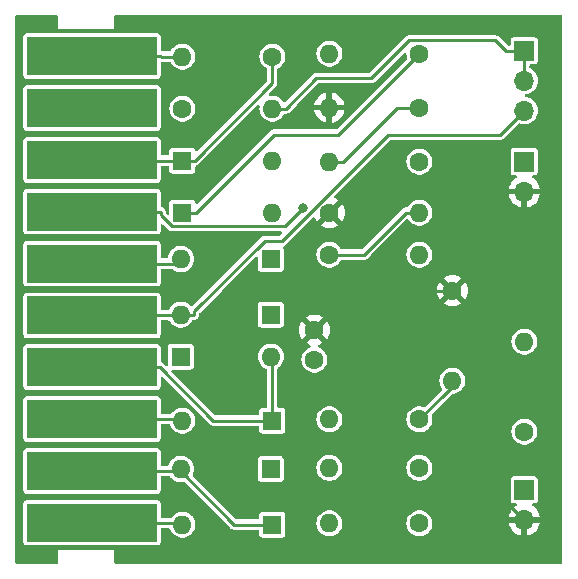
<source format=gbr>
G04 #@! TF.GenerationSoftware,KiCad,Pcbnew,8.0.1*
G04 #@! TF.CreationDate,2024-06-18T23:41:16-04:00*
G04 #@! TF.ProjectId,OdysseyDaughterCardSummer,4f647973-7365-4794-9461-756768746572,1.2*
G04 #@! TF.SameCoordinates,Original*
G04 #@! TF.FileFunction,Copper,L2,Bot*
G04 #@! TF.FilePolarity,Positive*
%FSLAX46Y46*%
G04 Gerber Fmt 4.6, Leading zero omitted, Abs format (unit mm)*
G04 Created by KiCad (PCBNEW 8.0.1) date 2024-06-18 23:41:16*
%MOMM*%
%LPD*%
G01*
G04 APERTURE LIST*
G04 #@! TA.AperFunction,SMDPad,CuDef*
%ADD10R,11.000000X3.250000*%
G04 #@! TD*
G04 #@! TA.AperFunction,ComponentPad*
%ADD11R,1.600000X1.600000*%
G04 #@! TD*
G04 #@! TA.AperFunction,ComponentPad*
%ADD12O,1.600000X1.600000*%
G04 #@! TD*
G04 #@! TA.AperFunction,ComponentPad*
%ADD13C,1.600000*%
G04 #@! TD*
G04 #@! TA.AperFunction,ComponentPad*
%ADD14R,1.700000X1.700000*%
G04 #@! TD*
G04 #@! TA.AperFunction,ComponentPad*
%ADD15O,1.700000X1.700000*%
G04 #@! TD*
G04 #@! TA.AperFunction,ViaPad*
%ADD16C,0.800000*%
G04 #@! TD*
G04 #@! TA.AperFunction,Conductor*
%ADD17C,0.250000*%
G04 #@! TD*
G04 APERTURE END LIST*
D10*
X129000000Y-120749992D03*
X129000000Y-116361104D03*
X129000000Y-111972216D03*
X129000000Y-107583328D03*
X129000000Y-103194440D03*
X129000000Y-98805552D03*
X129000000Y-94416664D03*
X129000000Y-90027776D03*
X129000000Y-85638888D03*
X129000000Y-81250000D03*
D11*
X144145000Y-116205000D03*
D12*
X136525000Y-116205000D03*
D11*
X144272000Y-120904000D03*
D12*
X136652000Y-120904000D03*
D11*
X136525000Y-106680000D03*
D12*
X144145000Y-106680000D03*
D11*
X144272000Y-112099000D03*
D12*
X136652000Y-112099000D03*
D11*
X144145000Y-103124000D03*
D12*
X136525000Y-103124000D03*
D11*
X144145000Y-98425000D03*
D12*
X136525000Y-98425000D03*
D11*
X136652000Y-94488000D03*
D12*
X144272000Y-94488000D03*
D11*
X136652000Y-90085300D03*
D12*
X144272000Y-90085300D03*
D13*
X136652000Y-85682700D03*
D12*
X144272000Y-85682700D03*
D13*
X144272000Y-81280000D03*
D12*
X136652000Y-81280000D03*
D13*
X156718000Y-81026000D03*
D12*
X149098000Y-81026000D03*
D13*
X147828000Y-106934000D03*
X147828000Y-104434000D03*
D14*
X165608000Y-90170000D03*
D15*
X165608000Y-92710000D03*
D13*
X149098000Y-98044000D03*
D12*
X156718000Y-98044000D03*
D13*
X149098000Y-94488000D03*
D12*
X156718000Y-94488000D03*
D13*
X156718000Y-111999000D03*
D12*
X149098000Y-111999000D03*
D13*
X156718000Y-116105000D03*
D12*
X149098000Y-116105000D03*
D13*
X159512000Y-101092000D03*
D12*
X159512000Y-108712000D03*
D13*
X156718000Y-120804000D03*
D12*
X149098000Y-120804000D03*
D13*
X156718000Y-90170000D03*
D12*
X149098000Y-90170000D03*
D13*
X156718000Y-85598000D03*
D12*
X149098000Y-85598000D03*
D13*
X165608000Y-113030000D03*
D12*
X165608000Y-105410000D03*
D14*
X165608000Y-117954000D03*
D15*
X165608000Y-120494000D03*
D14*
X165602920Y-80777080D03*
D15*
X165602920Y-83317080D03*
X165602920Y-85857080D03*
D16*
X146848200Y-94110200D03*
D17*
X163156700Y-79900000D02*
X164033780Y-80777080D01*
X155846800Y-79900000D02*
X163156700Y-79900000D01*
X145397300Y-85682700D02*
X147993300Y-83086700D01*
X144272000Y-85682700D02*
X145397300Y-85682700D01*
X165602920Y-80777080D02*
X165602920Y-81877080D01*
X165602920Y-81877080D02*
X165602920Y-83317080D01*
X164033780Y-80777080D02*
X165602920Y-80777080D01*
X147993300Y-83086700D02*
X152660100Y-83086700D01*
X152660100Y-83086700D02*
X155846800Y-79900000D01*
X129000000Y-120750000D02*
X136498000Y-120750000D01*
X136498000Y-120750000D02*
X136652000Y-120904000D01*
X141055000Y-120904000D02*
X144272000Y-120904000D01*
X129000100Y-116361000D02*
X129000000Y-116361100D01*
X136512000Y-116361000D02*
X141055000Y-120904000D01*
X129000000Y-116361000D02*
X129000100Y-116361000D01*
X136525000Y-116205000D02*
X136512000Y-116218000D01*
X129000100Y-116361000D02*
X136512000Y-116361000D01*
X136512000Y-116218000D02*
X136512000Y-116361000D01*
X129000000Y-111972000D02*
X129000200Y-111972000D01*
X129000200Y-111972000D02*
X129000000Y-111972200D01*
X129000200Y-111972000D02*
X136526000Y-111972000D01*
X136526000Y-111972000D02*
X136652000Y-112099000D01*
X144272000Y-112099000D02*
X144272000Y-106807000D01*
X129000300Y-107583000D02*
X129000000Y-107583300D01*
X134750000Y-107583000D02*
X129000300Y-107583000D01*
X139265000Y-112099000D02*
X134750000Y-107583000D01*
X144272000Y-112099000D02*
X139265000Y-112099000D01*
X144272000Y-106807000D02*
X144145000Y-106680000D01*
X129000300Y-107583000D02*
X129000000Y-107583000D01*
X134825300Y-94727500D02*
X134825300Y-94416700D01*
X135757200Y-95659400D02*
X134825300Y-94727500D01*
X146848200Y-94110200D02*
X145299000Y-95659400D01*
X145299000Y-95659400D02*
X135757200Y-95659400D01*
X129000000Y-94416700D02*
X134825300Y-94416700D01*
X136652000Y-90085300D02*
X129058000Y-90085300D01*
X129058000Y-90085300D02*
X129000000Y-90027800D01*
X144272000Y-83515300D02*
X137702000Y-90085300D01*
X137702000Y-90085300D02*
X136652000Y-90085300D01*
X144272000Y-81280000D02*
X144272000Y-83515300D01*
X134855300Y-81280000D02*
X134825300Y-81250000D01*
X136652000Y-81280000D02*
X134855300Y-81280000D01*
X129000000Y-81250000D02*
X134825300Y-81250000D01*
X137650300Y-102842700D02*
X143607400Y-96885600D01*
X136553000Y-103194000D02*
X136525000Y-103166000D01*
X145098600Y-96885600D02*
X154100200Y-87884000D01*
X129000400Y-103194000D02*
X129000000Y-103194400D01*
X136525000Y-103124000D02*
X137650300Y-103124000D01*
X136525000Y-103166000D02*
X136525000Y-103124000D01*
X136553000Y-103194000D02*
X136652000Y-103293000D01*
X129000000Y-103194000D02*
X129000400Y-103194000D01*
X154100200Y-87884000D02*
X163576000Y-87884000D01*
X143607400Y-96885600D02*
X145098600Y-96885600D01*
X129000400Y-103194000D02*
X136553000Y-103194000D01*
X163576000Y-87884000D02*
X165602920Y-85857080D01*
X137650300Y-103124000D02*
X137650300Y-102842700D01*
X129000000Y-98805600D02*
X129000100Y-98805600D01*
X136525200Y-98805600D02*
X136567000Y-98805600D01*
X136525000Y-98425000D02*
X136525200Y-98425200D01*
X136567000Y-98805600D02*
X136652000Y-98890700D01*
X136525200Y-98425200D02*
X136525200Y-98805600D01*
X129000100Y-98805600D02*
X129000000Y-98805500D01*
X129000100Y-98805600D02*
X136525200Y-98805600D01*
X162306000Y-103886000D02*
X159512000Y-101092000D01*
X147066000Y-96584100D02*
X148024500Y-95625600D01*
X151170000Y-101092000D02*
X150845000Y-101417000D01*
X147066000Y-98806000D02*
X147066000Y-96584100D01*
X148024500Y-95561500D02*
X149098000Y-94488000D01*
X150845000Y-101417000D02*
X147828000Y-104434000D01*
X148024500Y-95625600D02*
X148024500Y-95561500D01*
X159512000Y-101092000D02*
X151170000Y-101092000D01*
X150261000Y-102001000D02*
X147066000Y-98806000D01*
X150845000Y-101417000D02*
X150261000Y-102001000D01*
X165608000Y-120494000D02*
X162306000Y-117192000D01*
X162306000Y-117192000D02*
X162306000Y-103886000D01*
X136652000Y-94488000D02*
X137777300Y-94488000D01*
X144381300Y-87884000D02*
X137777300Y-94488000D01*
X149860000Y-87884000D02*
X144381300Y-87884000D01*
X156718000Y-81026000D02*
X149860000Y-87884000D01*
X152036700Y-98044000D02*
X155592700Y-94488000D01*
X156718000Y-94488000D02*
X155592700Y-94488000D01*
X149098000Y-98044000D02*
X152036700Y-98044000D01*
X159512000Y-109220000D02*
X158894700Y-109837300D01*
X158894700Y-109837300D02*
X158879700Y-109837300D01*
X156718000Y-111999000D02*
X158879700Y-109837300D01*
X159512000Y-108712000D02*
X159512000Y-109220000D01*
X154795300Y-85598000D02*
X156718000Y-85598000D01*
X149098000Y-90170000D02*
X150223300Y-90170000D01*
X150223300Y-90170000D02*
X154795300Y-85598000D01*
G04 #@! TA.AperFunction,Conductor*
G36*
X126042539Y-77795185D02*
G01*
X126088294Y-77847989D01*
X126099500Y-77899500D01*
X126099500Y-78884982D01*
X126099500Y-78915018D01*
X126110994Y-78942767D01*
X126132233Y-78964006D01*
X126159982Y-78975500D01*
X126159984Y-78975500D01*
X130790016Y-78975500D01*
X130790018Y-78975500D01*
X130817767Y-78964006D01*
X130839006Y-78942767D01*
X130850500Y-78915018D01*
X130850500Y-77899500D01*
X130870185Y-77832461D01*
X130922989Y-77786706D01*
X130974500Y-77775500D01*
X168710500Y-77775500D01*
X168777539Y-77795185D01*
X168823294Y-77847989D01*
X168834500Y-77899500D01*
X168834500Y-124100500D01*
X168814815Y-124167539D01*
X168762011Y-124213294D01*
X168710500Y-124224500D01*
X130974500Y-124224500D01*
X130907461Y-124204815D01*
X130861706Y-124152011D01*
X130850500Y-124100500D01*
X130850500Y-123084983D01*
X130850500Y-123084982D01*
X130839006Y-123057233D01*
X130817767Y-123035994D01*
X130790018Y-123024500D01*
X126190018Y-123024500D01*
X126159982Y-123024500D01*
X126132231Y-123035995D01*
X126110995Y-123057231D01*
X126099500Y-123084982D01*
X126099500Y-124100500D01*
X126079815Y-124167539D01*
X126027011Y-124213294D01*
X125975500Y-124224500D01*
X122624500Y-124224500D01*
X122557461Y-124204815D01*
X122511706Y-124152011D01*
X122500500Y-124100500D01*
X122500500Y-122419848D01*
X123199500Y-122419848D01*
X123199502Y-122419874D01*
X123202413Y-122444979D01*
X123202415Y-122444983D01*
X123247793Y-122547756D01*
X123247794Y-122547757D01*
X123327235Y-122627198D01*
X123430009Y-122672577D01*
X123455135Y-122675492D01*
X134544864Y-122675491D01*
X134544879Y-122675489D01*
X134544882Y-122675489D01*
X134569987Y-122672578D01*
X134569988Y-122672577D01*
X134569991Y-122672577D01*
X134672765Y-122627198D01*
X134752206Y-122547757D01*
X134797585Y-122444983D01*
X134800500Y-122419857D01*
X134800500Y-121299500D01*
X134820185Y-121232461D01*
X134872989Y-121186706D01*
X134924500Y-121175500D01*
X135491429Y-121175500D01*
X135558468Y-121195185D01*
X135604223Y-121247989D01*
X135610695Y-121265566D01*
X135621413Y-121303237D01*
X135621421Y-121303258D01*
X135712325Y-121485819D01*
X135835237Y-121648581D01*
X135985958Y-121785980D01*
X135985960Y-121785982D01*
X135997857Y-121793348D01*
X136159363Y-121893348D01*
X136349544Y-121967024D01*
X136550024Y-122004500D01*
X136550026Y-122004500D01*
X136753974Y-122004500D01*
X136753976Y-122004500D01*
X136954456Y-121967024D01*
X137144637Y-121893348D01*
X137318041Y-121785981D01*
X137468764Y-121648579D01*
X137591673Y-121485821D01*
X137682582Y-121303250D01*
X137738397Y-121107083D01*
X137757215Y-120904000D01*
X137738397Y-120700917D01*
X137682582Y-120504750D01*
X137663931Y-120467294D01*
X137607767Y-120354500D01*
X137591673Y-120322179D01*
X137516156Y-120222178D01*
X137468762Y-120159418D01*
X137318041Y-120022019D01*
X137318039Y-120022017D01*
X137144642Y-119914655D01*
X137144635Y-119914651D01*
X137049546Y-119877814D01*
X136954456Y-119840976D01*
X136753976Y-119803500D01*
X136550024Y-119803500D01*
X136349544Y-119840976D01*
X136349541Y-119840976D01*
X136349541Y-119840977D01*
X136159364Y-119914651D01*
X136159357Y-119914655D01*
X135985960Y-120022017D01*
X135985958Y-120022019D01*
X135835236Y-120159419D01*
X135835234Y-120159422D01*
X135747784Y-120275226D01*
X135691676Y-120316863D01*
X135648830Y-120324500D01*
X134924499Y-120324500D01*
X134857460Y-120304815D01*
X134811705Y-120252011D01*
X134800499Y-120200500D01*
X134800499Y-119080135D01*
X134800499Y-119080128D01*
X134797725Y-119056205D01*
X134797586Y-119055004D01*
X134797585Y-119055002D01*
X134797585Y-119055001D01*
X134752206Y-118952227D01*
X134672765Y-118872786D01*
X134672763Y-118872785D01*
X134569992Y-118827407D01*
X134544865Y-118824492D01*
X123455143Y-118824492D01*
X123455117Y-118824494D01*
X123430012Y-118827405D01*
X123430008Y-118827407D01*
X123327235Y-118872785D01*
X123247794Y-118952226D01*
X123202415Y-119054998D01*
X123202415Y-119055000D01*
X123199500Y-119080123D01*
X123199500Y-122419848D01*
X122500500Y-122419848D01*
X122500500Y-118030960D01*
X123199500Y-118030960D01*
X123199502Y-118030986D01*
X123202413Y-118056091D01*
X123202415Y-118056095D01*
X123247793Y-118158868D01*
X123247794Y-118158869D01*
X123327235Y-118238310D01*
X123430009Y-118283689D01*
X123455135Y-118286604D01*
X134544864Y-118286603D01*
X134544879Y-118286601D01*
X134544882Y-118286601D01*
X134569987Y-118283690D01*
X134569988Y-118283689D01*
X134569991Y-118283689D01*
X134672765Y-118238310D01*
X134752206Y-118158869D01*
X134797585Y-118056095D01*
X134800500Y-118030969D01*
X134800500Y-116910500D01*
X134820185Y-116843461D01*
X134872989Y-116797706D01*
X134924500Y-116786500D01*
X135523340Y-116786500D01*
X135590379Y-116806185D01*
X135622293Y-116835772D01*
X135632720Y-116849579D01*
X135708237Y-116949581D01*
X135858958Y-117086980D01*
X135858960Y-117086982D01*
X135870857Y-117094348D01*
X136032363Y-117194348D01*
X136222544Y-117268024D01*
X136423024Y-117305500D01*
X136423026Y-117305500D01*
X136626973Y-117305500D01*
X136626976Y-117305500D01*
X136754634Y-117281636D01*
X136824144Y-117288667D01*
X136865096Y-117315844D01*
X140710174Y-121160921D01*
X140710184Y-121160932D01*
X140714514Y-121165262D01*
X140714515Y-121165263D01*
X140793737Y-121244485D01*
X140890763Y-121300503D01*
X140998981Y-121329500D01*
X140998982Y-121329500D01*
X143047501Y-121329500D01*
X143114540Y-121349185D01*
X143160295Y-121401989D01*
X143171501Y-121453500D01*
X143171501Y-121748856D01*
X143171502Y-121748882D01*
X143174413Y-121773987D01*
X143174415Y-121773991D01*
X143219793Y-121876764D01*
X143219794Y-121876765D01*
X143299235Y-121956206D01*
X143402009Y-122001585D01*
X143427135Y-122004500D01*
X145116864Y-122004499D01*
X145116879Y-122004497D01*
X145116882Y-122004497D01*
X145141987Y-122001586D01*
X145141988Y-122001585D01*
X145141991Y-122001585D01*
X145244765Y-121956206D01*
X145324206Y-121876765D01*
X145369585Y-121773991D01*
X145372500Y-121748865D01*
X145372499Y-120804000D01*
X147992785Y-120804000D01*
X148011602Y-121007082D01*
X148067417Y-121203247D01*
X148067422Y-121203260D01*
X148158327Y-121385821D01*
X148281237Y-121548581D01*
X148431958Y-121685980D01*
X148431960Y-121685982D01*
X148531141Y-121747392D01*
X148605363Y-121793348D01*
X148795544Y-121867024D01*
X148996024Y-121904500D01*
X148996026Y-121904500D01*
X149199974Y-121904500D01*
X149199976Y-121904500D01*
X149400456Y-121867024D01*
X149590637Y-121793348D01*
X149764041Y-121685981D01*
X149914764Y-121548579D01*
X150037673Y-121385821D01*
X150128582Y-121203250D01*
X150184397Y-121007083D01*
X150203215Y-120804000D01*
X155612785Y-120804000D01*
X155631602Y-121007082D01*
X155687417Y-121203247D01*
X155687422Y-121203260D01*
X155778327Y-121385821D01*
X155901237Y-121548581D01*
X156051958Y-121685980D01*
X156051960Y-121685982D01*
X156151141Y-121747392D01*
X156225363Y-121793348D01*
X156415544Y-121867024D01*
X156616024Y-121904500D01*
X156616026Y-121904500D01*
X156819974Y-121904500D01*
X156819976Y-121904500D01*
X157020456Y-121867024D01*
X157210637Y-121793348D01*
X157384041Y-121685981D01*
X157534764Y-121548579D01*
X157657673Y-121385821D01*
X157748582Y-121203250D01*
X157804397Y-121007083D01*
X157823215Y-120804000D01*
X157817655Y-120744000D01*
X164277364Y-120744000D01*
X164334567Y-120957486D01*
X164334570Y-120957492D01*
X164434399Y-121171578D01*
X164569894Y-121365082D01*
X164736917Y-121532105D01*
X164930421Y-121667600D01*
X165144507Y-121767429D01*
X165144516Y-121767433D01*
X165358000Y-121824634D01*
X165358000Y-120927012D01*
X165415007Y-120959925D01*
X165542174Y-120994000D01*
X165673826Y-120994000D01*
X165800993Y-120959925D01*
X165858000Y-120927012D01*
X165858000Y-121824633D01*
X166071483Y-121767433D01*
X166071492Y-121767429D01*
X166285578Y-121667600D01*
X166479082Y-121532105D01*
X166646105Y-121365082D01*
X166781600Y-121171578D01*
X166881429Y-120957492D01*
X166881432Y-120957486D01*
X166938636Y-120744000D01*
X166041012Y-120744000D01*
X166073925Y-120686993D01*
X166108000Y-120559826D01*
X166108000Y-120428174D01*
X166073925Y-120301007D01*
X166041012Y-120244000D01*
X166938636Y-120244000D01*
X166938635Y-120243999D01*
X166881432Y-120030513D01*
X166881429Y-120030507D01*
X166781600Y-119816422D01*
X166781599Y-119816420D01*
X166646113Y-119622926D01*
X166646108Y-119622920D01*
X166479082Y-119455894D01*
X166299394Y-119330074D01*
X166255769Y-119275496D01*
X166248577Y-119205998D01*
X166280099Y-119143643D01*
X166340329Y-119108230D01*
X166370517Y-119104499D01*
X166502864Y-119104499D01*
X166502879Y-119104497D01*
X166502882Y-119104497D01*
X166527987Y-119101586D01*
X166527988Y-119101585D01*
X166527991Y-119101585D01*
X166630765Y-119056206D01*
X166710206Y-118976765D01*
X166755585Y-118873991D01*
X166758500Y-118848865D01*
X166758499Y-117059136D01*
X166757426Y-117049882D01*
X166755586Y-117034012D01*
X166755585Y-117034010D01*
X166755585Y-117034009D01*
X166710206Y-116931235D01*
X166630765Y-116851794D01*
X166625753Y-116849581D01*
X166527992Y-116806415D01*
X166502865Y-116803500D01*
X164713143Y-116803500D01*
X164713117Y-116803502D01*
X164688012Y-116806413D01*
X164688008Y-116806415D01*
X164585235Y-116851793D01*
X164505794Y-116931234D01*
X164460415Y-117034006D01*
X164460415Y-117034008D01*
X164457500Y-117059131D01*
X164457500Y-118848856D01*
X164457502Y-118848882D01*
X164460413Y-118873987D01*
X164460415Y-118873991D01*
X164505793Y-118976764D01*
X164505794Y-118976765D01*
X164585235Y-119056206D01*
X164688009Y-119101585D01*
X164713135Y-119104500D01*
X164845483Y-119104499D01*
X164912520Y-119124183D01*
X164958275Y-119176987D01*
X164968219Y-119246145D01*
X164939195Y-119309701D01*
X164916605Y-119330074D01*
X164736922Y-119455890D01*
X164736920Y-119455891D01*
X164569891Y-119622920D01*
X164569886Y-119622926D01*
X164434400Y-119816420D01*
X164434399Y-119816422D01*
X164334570Y-120030507D01*
X164334567Y-120030513D01*
X164277364Y-120243999D01*
X164277364Y-120244000D01*
X165174988Y-120244000D01*
X165142075Y-120301007D01*
X165108000Y-120428174D01*
X165108000Y-120559826D01*
X165142075Y-120686993D01*
X165174988Y-120744000D01*
X164277364Y-120744000D01*
X157817655Y-120744000D01*
X157804397Y-120600917D01*
X157748582Y-120404750D01*
X157708622Y-120324500D01*
X157672527Y-120252011D01*
X157657673Y-120222179D01*
X157534764Y-120059421D01*
X157534762Y-120059418D01*
X157384041Y-119922019D01*
X157384039Y-119922017D01*
X157210642Y-119814655D01*
X157210635Y-119814651D01*
X157115546Y-119777814D01*
X157020456Y-119740976D01*
X156819976Y-119703500D01*
X156616024Y-119703500D01*
X156415544Y-119740976D01*
X156415541Y-119740976D01*
X156415541Y-119740977D01*
X156225364Y-119814651D01*
X156225357Y-119814655D01*
X156051960Y-119922017D01*
X156051958Y-119922019D01*
X155901237Y-120059418D01*
X155778327Y-120222178D01*
X155687422Y-120404739D01*
X155687417Y-120404752D01*
X155631602Y-120600917D01*
X155612785Y-120803999D01*
X155612785Y-120804000D01*
X150203215Y-120804000D01*
X150184397Y-120600917D01*
X150128582Y-120404750D01*
X150088622Y-120324500D01*
X150052527Y-120252011D01*
X150037673Y-120222179D01*
X149914764Y-120059421D01*
X149914762Y-120059418D01*
X149764041Y-119922019D01*
X149764039Y-119922017D01*
X149590642Y-119814655D01*
X149590635Y-119814651D01*
X149495546Y-119777814D01*
X149400456Y-119740976D01*
X149199976Y-119703500D01*
X148996024Y-119703500D01*
X148795544Y-119740976D01*
X148795541Y-119740976D01*
X148795541Y-119740977D01*
X148605364Y-119814651D01*
X148605357Y-119814655D01*
X148431960Y-119922017D01*
X148431958Y-119922019D01*
X148281237Y-120059418D01*
X148158327Y-120222178D01*
X148067422Y-120404739D01*
X148067417Y-120404752D01*
X148011602Y-120600917D01*
X147992785Y-120803999D01*
X147992785Y-120804000D01*
X145372499Y-120804000D01*
X145372499Y-120059136D01*
X145372497Y-120059117D01*
X145369586Y-120034012D01*
X145369585Y-120034010D01*
X145369585Y-120034009D01*
X145324206Y-119931235D01*
X145244765Y-119851794D01*
X145220267Y-119840977D01*
X145141992Y-119806415D01*
X145116865Y-119803500D01*
X143427143Y-119803500D01*
X143427117Y-119803502D01*
X143402012Y-119806413D01*
X143402008Y-119806415D01*
X143299235Y-119851793D01*
X143219794Y-119931234D01*
X143174415Y-120034006D01*
X143174415Y-120034008D01*
X143171500Y-120059131D01*
X143171500Y-120354500D01*
X143151815Y-120421539D01*
X143099011Y-120467294D01*
X143047500Y-120478500D01*
X141282609Y-120478500D01*
X141215570Y-120458815D01*
X141194928Y-120442181D01*
X137802604Y-117049856D01*
X143044500Y-117049856D01*
X143044502Y-117049882D01*
X143047413Y-117074987D01*
X143047415Y-117074991D01*
X143092793Y-117177764D01*
X143092794Y-117177765D01*
X143172235Y-117257206D01*
X143275009Y-117302585D01*
X143300135Y-117305500D01*
X144989864Y-117305499D01*
X144989879Y-117305497D01*
X144989882Y-117305497D01*
X145014987Y-117302586D01*
X145014988Y-117302585D01*
X145014991Y-117302585D01*
X145117765Y-117257206D01*
X145197206Y-117177765D01*
X145242585Y-117074991D01*
X145245500Y-117049865D01*
X145245499Y-116105000D01*
X147992785Y-116105000D01*
X148011602Y-116308082D01*
X148067417Y-116504247D01*
X148067422Y-116504260D01*
X148158327Y-116686821D01*
X148281237Y-116849581D01*
X148431958Y-116986980D01*
X148431960Y-116986982D01*
X148507907Y-117034006D01*
X148605363Y-117094348D01*
X148795544Y-117168024D01*
X148996024Y-117205500D01*
X148996026Y-117205500D01*
X149199974Y-117205500D01*
X149199976Y-117205500D01*
X149400456Y-117168024D01*
X149590637Y-117094348D01*
X149764041Y-116986981D01*
X149912334Y-116851794D01*
X149914762Y-116849581D01*
X149919384Y-116843461D01*
X150037673Y-116686821D01*
X150128582Y-116504250D01*
X150184397Y-116308083D01*
X150203215Y-116105000D01*
X155612785Y-116105000D01*
X155631602Y-116308082D01*
X155687417Y-116504247D01*
X155687422Y-116504260D01*
X155778327Y-116686821D01*
X155901237Y-116849581D01*
X156051958Y-116986980D01*
X156051960Y-116986982D01*
X156127907Y-117034006D01*
X156225363Y-117094348D01*
X156415544Y-117168024D01*
X156616024Y-117205500D01*
X156616026Y-117205500D01*
X156819974Y-117205500D01*
X156819976Y-117205500D01*
X157020456Y-117168024D01*
X157210637Y-117094348D01*
X157384041Y-116986981D01*
X157532334Y-116851794D01*
X157534762Y-116849581D01*
X157539384Y-116843461D01*
X157657673Y-116686821D01*
X157748582Y-116504250D01*
X157804397Y-116308083D01*
X157823215Y-116105000D01*
X157804397Y-115901917D01*
X157748582Y-115705750D01*
X157657673Y-115523179D01*
X157534764Y-115360421D01*
X157534762Y-115360418D01*
X157384041Y-115223019D01*
X157384039Y-115223017D01*
X157210642Y-115115655D01*
X157210635Y-115115651D01*
X157115546Y-115078814D01*
X157020456Y-115041976D01*
X156819976Y-115004500D01*
X156616024Y-115004500D01*
X156415544Y-115041976D01*
X156415541Y-115041976D01*
X156415541Y-115041977D01*
X156225364Y-115115651D01*
X156225357Y-115115655D01*
X156051960Y-115223017D01*
X156051958Y-115223019D01*
X155901237Y-115360418D01*
X155778327Y-115523178D01*
X155687422Y-115705739D01*
X155687417Y-115705752D01*
X155631602Y-115901917D01*
X155612785Y-116104999D01*
X155612785Y-116105000D01*
X150203215Y-116105000D01*
X150184397Y-115901917D01*
X150128582Y-115705750D01*
X150037673Y-115523179D01*
X149914764Y-115360421D01*
X149914762Y-115360418D01*
X149764041Y-115223019D01*
X149764039Y-115223017D01*
X149590642Y-115115655D01*
X149590635Y-115115651D01*
X149495546Y-115078814D01*
X149400456Y-115041976D01*
X149199976Y-115004500D01*
X148996024Y-115004500D01*
X148795544Y-115041976D01*
X148795541Y-115041976D01*
X148795541Y-115041977D01*
X148605364Y-115115651D01*
X148605357Y-115115655D01*
X148431960Y-115223017D01*
X148431958Y-115223019D01*
X148281237Y-115360418D01*
X148158327Y-115523178D01*
X148067422Y-115705739D01*
X148067417Y-115705752D01*
X148011602Y-115901917D01*
X147992785Y-116104999D01*
X147992785Y-116105000D01*
X145245499Y-116105000D01*
X145245499Y-115360136D01*
X145245497Y-115360117D01*
X145242586Y-115335012D01*
X145242585Y-115335010D01*
X145242585Y-115335009D01*
X145197206Y-115232235D01*
X145117765Y-115152794D01*
X145093267Y-115141977D01*
X145014992Y-115107415D01*
X144989865Y-115104500D01*
X143300143Y-115104500D01*
X143300117Y-115104502D01*
X143275012Y-115107413D01*
X143275008Y-115107415D01*
X143172235Y-115152793D01*
X143092794Y-115232234D01*
X143047415Y-115335006D01*
X143047415Y-115335008D01*
X143044500Y-115360131D01*
X143044500Y-117049856D01*
X137802604Y-117049856D01*
X137552656Y-116799908D01*
X137519171Y-116738585D01*
X137524155Y-116668893D01*
X137529331Y-116656968D01*
X137555582Y-116604250D01*
X137611397Y-116408083D01*
X137630215Y-116205000D01*
X137611397Y-116001917D01*
X137555582Y-115805750D01*
X137464673Y-115623179D01*
X137341764Y-115460421D01*
X137341762Y-115460418D01*
X137191041Y-115323019D01*
X137191039Y-115323017D01*
X137017642Y-115215655D01*
X137017635Y-115215651D01*
X136922546Y-115178814D01*
X136827456Y-115141976D01*
X136626976Y-115104500D01*
X136423024Y-115104500D01*
X136222544Y-115141976D01*
X136222541Y-115141976D01*
X136222541Y-115141977D01*
X136032364Y-115215651D01*
X136032357Y-115215655D01*
X135858960Y-115323017D01*
X135858958Y-115323019D01*
X135708237Y-115460418D01*
X135585327Y-115623178D01*
X135494419Y-115805745D01*
X135483126Y-115845436D01*
X135445846Y-115904529D01*
X135382535Y-115934086D01*
X135363860Y-115935500D01*
X134924499Y-115935500D01*
X134857460Y-115915815D01*
X134811705Y-115863011D01*
X134800499Y-115811500D01*
X134800499Y-114691247D01*
X134800499Y-114691240D01*
X134800497Y-114691221D01*
X134797586Y-114666116D01*
X134797585Y-114666114D01*
X134797585Y-114666113D01*
X134752206Y-114563339D01*
X134672765Y-114483898D01*
X134672763Y-114483897D01*
X134569992Y-114438519D01*
X134544865Y-114435604D01*
X123455143Y-114435604D01*
X123455117Y-114435606D01*
X123430012Y-114438517D01*
X123430008Y-114438519D01*
X123327235Y-114483897D01*
X123247794Y-114563338D01*
X123202415Y-114666110D01*
X123202415Y-114666112D01*
X123199500Y-114691235D01*
X123199500Y-118030960D01*
X122500500Y-118030960D01*
X122500500Y-113642072D01*
X123199500Y-113642072D01*
X123199502Y-113642098D01*
X123202413Y-113667203D01*
X123202415Y-113667207D01*
X123247793Y-113769980D01*
X123247794Y-113769981D01*
X123327235Y-113849422D01*
X123430009Y-113894801D01*
X123455135Y-113897716D01*
X134544864Y-113897715D01*
X134544879Y-113897713D01*
X134544882Y-113897713D01*
X134569987Y-113894802D01*
X134569988Y-113894801D01*
X134569991Y-113894801D01*
X134672765Y-113849422D01*
X134752206Y-113769981D01*
X134797585Y-113667207D01*
X134800500Y-113642081D01*
X134800500Y-112521500D01*
X134820185Y-112454461D01*
X134872989Y-112408706D01*
X134924500Y-112397500D01*
X135499112Y-112397500D01*
X135566151Y-112417185D01*
X135611906Y-112469989D01*
X135618376Y-112487558D01*
X135621417Y-112498247D01*
X135621418Y-112498249D01*
X135621422Y-112498260D01*
X135712327Y-112680821D01*
X135835237Y-112843581D01*
X135985958Y-112980980D01*
X135985960Y-112980982D01*
X136085141Y-113042392D01*
X136159363Y-113088348D01*
X136349544Y-113162024D01*
X136550024Y-113199500D01*
X136550026Y-113199500D01*
X136753974Y-113199500D01*
X136753976Y-113199500D01*
X136954456Y-113162024D01*
X137144637Y-113088348D01*
X137318041Y-112980981D01*
X137468764Y-112843579D01*
X137591673Y-112680821D01*
X137682582Y-112498250D01*
X137738397Y-112302083D01*
X137757215Y-112099000D01*
X137738397Y-111895917D01*
X137682582Y-111699750D01*
X137663931Y-111662294D01*
X137595662Y-111525191D01*
X137591673Y-111517179D01*
X137468764Y-111354421D01*
X137468762Y-111354418D01*
X137318041Y-111217019D01*
X137318039Y-111217017D01*
X137144642Y-111109655D01*
X137144635Y-111109651D01*
X137049546Y-111072814D01*
X136954456Y-111035976D01*
X136753976Y-110998500D01*
X136550024Y-110998500D01*
X136349544Y-111035976D01*
X136349541Y-111035976D01*
X136349541Y-111035977D01*
X136159364Y-111109651D01*
X136159357Y-111109655D01*
X135985960Y-111217017D01*
X135985958Y-111217019D01*
X135835237Y-111354418D01*
X135727394Y-111497227D01*
X135671285Y-111538863D01*
X135628440Y-111546500D01*
X134924499Y-111546500D01*
X134857460Y-111526815D01*
X134811705Y-111474011D01*
X134800499Y-111422500D01*
X134800499Y-110302359D01*
X134800499Y-110302352D01*
X134800497Y-110302333D01*
X134797586Y-110277228D01*
X134797585Y-110277226D01*
X134797585Y-110277225D01*
X134752206Y-110174451D01*
X134672765Y-110095010D01*
X134672763Y-110095009D01*
X134569992Y-110049631D01*
X134544865Y-110046716D01*
X123455143Y-110046716D01*
X123455117Y-110046718D01*
X123430012Y-110049629D01*
X123430008Y-110049631D01*
X123327235Y-110095009D01*
X123247794Y-110174450D01*
X123202415Y-110277222D01*
X123202415Y-110277224D01*
X123199500Y-110302347D01*
X123199500Y-113642072D01*
X122500500Y-113642072D01*
X122500500Y-109253184D01*
X123199500Y-109253184D01*
X123199502Y-109253210D01*
X123202413Y-109278315D01*
X123202415Y-109278319D01*
X123247793Y-109381092D01*
X123247794Y-109381093D01*
X123327235Y-109460534D01*
X123430009Y-109505913D01*
X123455135Y-109508828D01*
X134544864Y-109508827D01*
X134544879Y-109508825D01*
X134544882Y-109508825D01*
X134569987Y-109505914D01*
X134569988Y-109505913D01*
X134569991Y-109505913D01*
X134672765Y-109460534D01*
X134752206Y-109381093D01*
X134797585Y-109278319D01*
X134800500Y-109253193D01*
X134800499Y-108534734D01*
X134820183Y-108467697D01*
X134872987Y-108421942D01*
X134942146Y-108411998D01*
X135005702Y-108441023D01*
X135012190Y-108447064D01*
X135818132Y-109253184D01*
X138918544Y-112354281D01*
X138918624Y-112354373D01*
X138967513Y-112403261D01*
X138967520Y-112403275D01*
X138967524Y-112403272D01*
X139003699Y-112439455D01*
X139003701Y-112439456D01*
X139003711Y-112439466D01*
X139003756Y-112439501D01*
X139004212Y-112439759D01*
X139054268Y-112468659D01*
X139054267Y-112468661D01*
X139054281Y-112468666D01*
X139079096Y-112482997D01*
X139100718Y-112495485D01*
X139100753Y-112495499D01*
X139100758Y-112495500D01*
X139100763Y-112495503D01*
X139152116Y-112509262D01*
X139152128Y-112509269D01*
X139152130Y-112509266D01*
X139166331Y-112513073D01*
X139208934Y-112524494D01*
X139208937Y-112524494D01*
X139208978Y-112524500D01*
X139264953Y-112524500D01*
X139320971Y-112524506D01*
X139320973Y-112524505D01*
X139329174Y-112524506D01*
X139329279Y-112524500D01*
X143047501Y-112524500D01*
X143114540Y-112544185D01*
X143160295Y-112596989D01*
X143171501Y-112648500D01*
X143171501Y-112943856D01*
X143171502Y-112943882D01*
X143174413Y-112968987D01*
X143174415Y-112968991D01*
X143219793Y-113071764D01*
X143219794Y-113071765D01*
X143299235Y-113151206D01*
X143402009Y-113196585D01*
X143427135Y-113199500D01*
X145116864Y-113199499D01*
X145116879Y-113199497D01*
X145116882Y-113199497D01*
X145141987Y-113196586D01*
X145141988Y-113196585D01*
X145141991Y-113196585D01*
X145244765Y-113151206D01*
X145324206Y-113071765D01*
X145369585Y-112968991D01*
X145372500Y-112943865D01*
X145372499Y-111999000D01*
X147992785Y-111999000D01*
X148011602Y-112202082D01*
X148067417Y-112398247D01*
X148067422Y-112398260D01*
X148158327Y-112580821D01*
X148281237Y-112743581D01*
X148431958Y-112880980D01*
X148431960Y-112880982D01*
X148531141Y-112942392D01*
X148605363Y-112988348D01*
X148795544Y-113062024D01*
X148996024Y-113099500D01*
X148996026Y-113099500D01*
X149199974Y-113099500D01*
X149199976Y-113099500D01*
X149400456Y-113062024D01*
X149590637Y-112988348D01*
X149764041Y-112880981D01*
X149914764Y-112743579D01*
X150037673Y-112580821D01*
X150128582Y-112398250D01*
X150184397Y-112202083D01*
X150203215Y-111999000D01*
X155612785Y-111999000D01*
X155631602Y-112202082D01*
X155687417Y-112398247D01*
X155687422Y-112398260D01*
X155778327Y-112580821D01*
X155901237Y-112743581D01*
X156051958Y-112880980D01*
X156051960Y-112880982D01*
X156151141Y-112942392D01*
X156225363Y-112988348D01*
X156415544Y-113062024D01*
X156616024Y-113099500D01*
X156616026Y-113099500D01*
X156819974Y-113099500D01*
X156819976Y-113099500D01*
X157020456Y-113062024D01*
X157103120Y-113030000D01*
X164502785Y-113030000D01*
X164521602Y-113233082D01*
X164577417Y-113429247D01*
X164577422Y-113429260D01*
X164668327Y-113611821D01*
X164791237Y-113774581D01*
X164941958Y-113911980D01*
X164941960Y-113911982D01*
X165041141Y-113973392D01*
X165115363Y-114019348D01*
X165305544Y-114093024D01*
X165506024Y-114130500D01*
X165506026Y-114130500D01*
X165709974Y-114130500D01*
X165709976Y-114130500D01*
X165910456Y-114093024D01*
X166100637Y-114019348D01*
X166274041Y-113911981D01*
X166424764Y-113774579D01*
X166547673Y-113611821D01*
X166638582Y-113429250D01*
X166694397Y-113233083D01*
X166713215Y-113030000D01*
X166709355Y-112988348D01*
X166694397Y-112826917D01*
X166638582Y-112630750D01*
X166613720Y-112580821D01*
X166578092Y-112509269D01*
X166547673Y-112448179D01*
X166424764Y-112285421D01*
X166424762Y-112285418D01*
X166274041Y-112148019D01*
X166274039Y-112148017D01*
X166100642Y-112040655D01*
X166100635Y-112040651D01*
X165993117Y-111998999D01*
X165910456Y-111966976D01*
X165709976Y-111929500D01*
X165506024Y-111929500D01*
X165305544Y-111966976D01*
X165305541Y-111966976D01*
X165305541Y-111966977D01*
X165115364Y-112040651D01*
X165115357Y-112040655D01*
X164941960Y-112148017D01*
X164941958Y-112148019D01*
X164791237Y-112285418D01*
X164668327Y-112448178D01*
X164577422Y-112630739D01*
X164577417Y-112630752D01*
X164521602Y-112826917D01*
X164502785Y-113029999D01*
X164502785Y-113030000D01*
X157103120Y-113030000D01*
X157210637Y-112988348D01*
X157384041Y-112880981D01*
X157534764Y-112743579D01*
X157657673Y-112580821D01*
X157748582Y-112398250D01*
X157804397Y-112202083D01*
X157823215Y-111999000D01*
X157804397Y-111795917D01*
X157761970Y-111646803D01*
X157762556Y-111576940D01*
X157793553Y-111525193D01*
X159108931Y-110209815D01*
X159134605Y-110190115D01*
X159155963Y-110177785D01*
X159484929Y-109848819D01*
X159546252Y-109815334D01*
X159572610Y-109812500D01*
X159613974Y-109812500D01*
X159613976Y-109812500D01*
X159814456Y-109775024D01*
X160004637Y-109701348D01*
X160178041Y-109593981D01*
X160328764Y-109456579D01*
X160451673Y-109293821D01*
X160542582Y-109111250D01*
X160598397Y-108915083D01*
X160617215Y-108712000D01*
X160598397Y-108508917D01*
X160542582Y-108312750D01*
X160451673Y-108130179D01*
X160328764Y-107967421D01*
X160328762Y-107967418D01*
X160178041Y-107830019D01*
X160178039Y-107830017D01*
X160004642Y-107722655D01*
X160004635Y-107722651D01*
X159867045Y-107669349D01*
X159814456Y-107648976D01*
X159613976Y-107611500D01*
X159410024Y-107611500D01*
X159209544Y-107648976D01*
X159209541Y-107648976D01*
X159209541Y-107648977D01*
X159019364Y-107722651D01*
X159019357Y-107722655D01*
X158845960Y-107830017D01*
X158845958Y-107830019D01*
X158695237Y-107967418D01*
X158572327Y-108130178D01*
X158481422Y-108312739D01*
X158481417Y-108312752D01*
X158425602Y-108508917D01*
X158406785Y-108711999D01*
X158406785Y-108712000D01*
X158425602Y-108915082D01*
X158481417Y-109111247D01*
X158481422Y-109111260D01*
X158572327Y-109293821D01*
X158614478Y-109349638D01*
X158639170Y-109414999D01*
X158624605Y-109483334D01*
X158603205Y-109512046D01*
X157192061Y-110923189D01*
X157130738Y-110956674D01*
X157061046Y-110951690D01*
X157059587Y-110951135D01*
X157020460Y-110935977D01*
X157020457Y-110935976D01*
X156952051Y-110923189D01*
X156819976Y-110898500D01*
X156616024Y-110898500D01*
X156415544Y-110935976D01*
X156415541Y-110935976D01*
X156415541Y-110935977D01*
X156225364Y-111009651D01*
X156225357Y-111009655D01*
X156051960Y-111117017D01*
X156051958Y-111117019D01*
X155901237Y-111254418D01*
X155778327Y-111417178D01*
X155687422Y-111599739D01*
X155687417Y-111599752D01*
X155631602Y-111795917D01*
X155612785Y-111998999D01*
X155612785Y-111999000D01*
X150203215Y-111999000D01*
X150184397Y-111795917D01*
X150128582Y-111599750D01*
X150037673Y-111417179D01*
X149914764Y-111254421D01*
X149914762Y-111254418D01*
X149764041Y-111117019D01*
X149764039Y-111117017D01*
X149590642Y-111009655D01*
X149590635Y-111009651D01*
X149453884Y-110956674D01*
X149400456Y-110935976D01*
X149199976Y-110898500D01*
X148996024Y-110898500D01*
X148795544Y-110935976D01*
X148795541Y-110935976D01*
X148795541Y-110935977D01*
X148605364Y-111009651D01*
X148605357Y-111009655D01*
X148431960Y-111117017D01*
X148431958Y-111117019D01*
X148281237Y-111254418D01*
X148158327Y-111417178D01*
X148067422Y-111599739D01*
X148067417Y-111599752D01*
X148011602Y-111795917D01*
X147992785Y-111998999D01*
X147992785Y-111999000D01*
X145372499Y-111999000D01*
X145372499Y-111254136D01*
X145372497Y-111254117D01*
X145369586Y-111229012D01*
X145369585Y-111229010D01*
X145369585Y-111229009D01*
X145324206Y-111126235D01*
X145244765Y-111046794D01*
X145220267Y-111035977D01*
X145141992Y-111001415D01*
X145116868Y-110998500D01*
X145116865Y-110998500D01*
X144821500Y-110998500D01*
X144754461Y-110978815D01*
X144708706Y-110926011D01*
X144697500Y-110874500D01*
X144697500Y-107701349D01*
X144717185Y-107634310D01*
X144756221Y-107595923D01*
X144811041Y-107561981D01*
X144961764Y-107424579D01*
X145084673Y-107261821D01*
X145175582Y-107079250D01*
X145231397Y-106883083D01*
X145250215Y-106680000D01*
X145231397Y-106476917D01*
X145175582Y-106280750D01*
X145084673Y-106098179D01*
X144961764Y-105935421D01*
X144961762Y-105935418D01*
X144811041Y-105798019D01*
X144811039Y-105798017D01*
X144637642Y-105690655D01*
X144637635Y-105690651D01*
X144542546Y-105653814D01*
X144447456Y-105616976D01*
X144246976Y-105579500D01*
X144043024Y-105579500D01*
X143842544Y-105616976D01*
X143842541Y-105616976D01*
X143842541Y-105616977D01*
X143652364Y-105690651D01*
X143652357Y-105690655D01*
X143478960Y-105798017D01*
X143478958Y-105798019D01*
X143328237Y-105935418D01*
X143205327Y-106098178D01*
X143114422Y-106280739D01*
X143114417Y-106280752D01*
X143058602Y-106476917D01*
X143039785Y-106679999D01*
X143039785Y-106680000D01*
X143058602Y-106883082D01*
X143114417Y-107079247D01*
X143114422Y-107079260D01*
X143205327Y-107261821D01*
X143328237Y-107424581D01*
X143478958Y-107561980D01*
X143478960Y-107561982D01*
X143558935Y-107611500D01*
X143652363Y-107669348D01*
X143767295Y-107713872D01*
X143822695Y-107756443D01*
X143846286Y-107822210D01*
X143846500Y-107829498D01*
X143846500Y-110874500D01*
X143826815Y-110941539D01*
X143774011Y-110987294D01*
X143722500Y-110998500D01*
X143427143Y-110998500D01*
X143427117Y-110998502D01*
X143402012Y-111001413D01*
X143402008Y-111001415D01*
X143299235Y-111046793D01*
X143219794Y-111126234D01*
X143174415Y-111229006D01*
X143174415Y-111229008D01*
X143171500Y-111254131D01*
X143171500Y-111549500D01*
X143151815Y-111616539D01*
X143099011Y-111662294D01*
X143047500Y-111673500D01*
X139492646Y-111673500D01*
X139425607Y-111653815D01*
X139404955Y-111637172D01*
X135760762Y-107992171D01*
X135727284Y-107930844D01*
X135732276Y-107861153D01*
X135774154Y-107805224D01*
X135839621Y-107780814D01*
X135848427Y-107780499D01*
X137369864Y-107780499D01*
X137369879Y-107780497D01*
X137369882Y-107780497D01*
X137394987Y-107777586D01*
X137394988Y-107777585D01*
X137394991Y-107777585D01*
X137497765Y-107732206D01*
X137577206Y-107652765D01*
X137622585Y-107549991D01*
X137625500Y-107524865D01*
X137625499Y-105835136D01*
X137625497Y-105835117D01*
X137622586Y-105810012D01*
X137622585Y-105810010D01*
X137622585Y-105810009D01*
X137577206Y-105707235D01*
X137497765Y-105627794D01*
X137473267Y-105616977D01*
X137394992Y-105582415D01*
X137369865Y-105579500D01*
X135680143Y-105579500D01*
X135680117Y-105579502D01*
X135655012Y-105582413D01*
X135655008Y-105582415D01*
X135552235Y-105627793D01*
X135472794Y-105707234D01*
X135427415Y-105810006D01*
X135427415Y-105810008D01*
X135424500Y-105835131D01*
X135424500Y-107356425D01*
X135404815Y-107423464D01*
X135352011Y-107469219D01*
X135282853Y-107479163D01*
X135219297Y-107450138D01*
X135212809Y-107444096D01*
X135096707Y-107327968D01*
X135096646Y-107327898D01*
X135051926Y-107283178D01*
X135051919Y-107283166D01*
X135051917Y-107283169D01*
X135011301Y-107242544D01*
X135011300Y-107242543D01*
X135011292Y-107242535D01*
X135011274Y-107242521D01*
X134963940Y-107215193D01*
X134963928Y-107215186D01*
X134914260Y-107186502D01*
X134892406Y-107180647D01*
X134832745Y-107144282D01*
X134802216Y-107081435D01*
X134800499Y-107060872D01*
X134800499Y-105913471D01*
X134800499Y-105913464D01*
X134798174Y-105893412D01*
X134797586Y-105888340D01*
X134797585Y-105888338D01*
X134797585Y-105888337D01*
X134752206Y-105785563D01*
X134672765Y-105706122D01*
X134672763Y-105706121D01*
X134569992Y-105660743D01*
X134544865Y-105657828D01*
X123455143Y-105657828D01*
X123455117Y-105657830D01*
X123430012Y-105660741D01*
X123430008Y-105660743D01*
X123327235Y-105706121D01*
X123247794Y-105785562D01*
X123202415Y-105888334D01*
X123202415Y-105888336D01*
X123199500Y-105913459D01*
X123199500Y-109253184D01*
X122500500Y-109253184D01*
X122500500Y-104864296D01*
X123199500Y-104864296D01*
X123199502Y-104864322D01*
X123202413Y-104889427D01*
X123202415Y-104889431D01*
X123247793Y-104992204D01*
X123247794Y-104992205D01*
X123327235Y-105071646D01*
X123430009Y-105117025D01*
X123455135Y-105119940D01*
X134544864Y-105119939D01*
X134544879Y-105119937D01*
X134544882Y-105119937D01*
X134569987Y-105117026D01*
X134569988Y-105117025D01*
X134569991Y-105117025D01*
X134672765Y-105071646D01*
X134752206Y-104992205D01*
X134797585Y-104889431D01*
X134800500Y-104864305D01*
X134800500Y-104434002D01*
X146523034Y-104434002D01*
X146542858Y-104660599D01*
X146542860Y-104660610D01*
X146601730Y-104880317D01*
X146601735Y-104880331D01*
X146697863Y-105086478D01*
X146748974Y-105159472D01*
X147428000Y-104480446D01*
X147428000Y-104486661D01*
X147455259Y-104588394D01*
X147507920Y-104679606D01*
X147582394Y-104754080D01*
X147673606Y-104806741D01*
X147775339Y-104834000D01*
X147781553Y-104834000D01*
X147102526Y-105513025D01*
X147175513Y-105564132D01*
X147175521Y-105564136D01*
X147381668Y-105660264D01*
X147381682Y-105660269D01*
X147421533Y-105670947D01*
X147481193Y-105707312D01*
X147511723Y-105770158D01*
X147503429Y-105839534D01*
X147458944Y-105893412D01*
X147434234Y-105906348D01*
X147335373Y-105944647D01*
X147335357Y-105944655D01*
X147161960Y-106052017D01*
X147161958Y-106052019D01*
X147011237Y-106189418D01*
X146888327Y-106352178D01*
X146797422Y-106534739D01*
X146797417Y-106534752D01*
X146741602Y-106730917D01*
X146722785Y-106933999D01*
X146722785Y-106934000D01*
X146741602Y-107137082D01*
X146797417Y-107333247D01*
X146797422Y-107333260D01*
X146888327Y-107515821D01*
X147011237Y-107678581D01*
X147161958Y-107815980D01*
X147161960Y-107815982D01*
X147184631Y-107830019D01*
X147335363Y-107923348D01*
X147525544Y-107997024D01*
X147726024Y-108034500D01*
X147726026Y-108034500D01*
X147929974Y-108034500D01*
X147929976Y-108034500D01*
X148130456Y-107997024D01*
X148320637Y-107923348D01*
X148494041Y-107815981D01*
X148644764Y-107678579D01*
X148767673Y-107515821D01*
X148858582Y-107333250D01*
X148914397Y-107137083D01*
X148933215Y-106934000D01*
X148914397Y-106730917D01*
X148858582Y-106534750D01*
X148767673Y-106352179D01*
X148644764Y-106189421D01*
X148644762Y-106189418D01*
X148494041Y-106052019D01*
X148494039Y-106052017D01*
X148320642Y-105944655D01*
X148320635Y-105944651D01*
X148221765Y-105906349D01*
X148166363Y-105863776D01*
X148142773Y-105798009D01*
X148158484Y-105729928D01*
X148208508Y-105681150D01*
X148234467Y-105670947D01*
X148274315Y-105660270D01*
X148274331Y-105660264D01*
X148480478Y-105564136D01*
X148553471Y-105513024D01*
X148450447Y-105410000D01*
X164502785Y-105410000D01*
X164521602Y-105613082D01*
X164577417Y-105809247D01*
X164577422Y-105809260D01*
X164668327Y-105991821D01*
X164791237Y-106154581D01*
X164941958Y-106291980D01*
X164941960Y-106291982D01*
X165039181Y-106352178D01*
X165115363Y-106399348D01*
X165305544Y-106473024D01*
X165506024Y-106510500D01*
X165506026Y-106510500D01*
X165709974Y-106510500D01*
X165709976Y-106510500D01*
X165910456Y-106473024D01*
X166100637Y-106399348D01*
X166274041Y-106291981D01*
X166424764Y-106154579D01*
X166547673Y-105991821D01*
X166638582Y-105809250D01*
X166694397Y-105613083D01*
X166713215Y-105410000D01*
X166694397Y-105206917D01*
X166638582Y-105010750D01*
X166629347Y-104992204D01*
X166565663Y-104864308D01*
X166547673Y-104828179D01*
X166424764Y-104665421D01*
X166424762Y-104665418D01*
X166274041Y-104528019D01*
X166274039Y-104528017D01*
X166100642Y-104420655D01*
X166100635Y-104420651D01*
X165999158Y-104381339D01*
X165910456Y-104346976D01*
X165709976Y-104309500D01*
X165506024Y-104309500D01*
X165305544Y-104346976D01*
X165305541Y-104346976D01*
X165305541Y-104346977D01*
X165115364Y-104420651D01*
X165115357Y-104420655D01*
X164941960Y-104528017D01*
X164941958Y-104528019D01*
X164791237Y-104665418D01*
X164668327Y-104828178D01*
X164577422Y-105010739D01*
X164577417Y-105010752D01*
X164521602Y-105206917D01*
X164502785Y-105409999D01*
X164502785Y-105410000D01*
X148450447Y-105410000D01*
X147874447Y-104834000D01*
X147880661Y-104834000D01*
X147982394Y-104806741D01*
X148073606Y-104754080D01*
X148148080Y-104679606D01*
X148200741Y-104588394D01*
X148228000Y-104486661D01*
X148228000Y-104480447D01*
X148907024Y-105159471D01*
X148958136Y-105086478D01*
X149054264Y-104880331D01*
X149054269Y-104880317D01*
X149113139Y-104660610D01*
X149113141Y-104660599D01*
X149132966Y-104434002D01*
X149132966Y-104433997D01*
X149113141Y-104207400D01*
X149113139Y-104207389D01*
X149054269Y-103987682D01*
X149054264Y-103987668D01*
X148958136Y-103781521D01*
X148958132Y-103781513D01*
X148907025Y-103708526D01*
X148228000Y-104387551D01*
X148228000Y-104381339D01*
X148200741Y-104279606D01*
X148148080Y-104188394D01*
X148073606Y-104113920D01*
X147982394Y-104061259D01*
X147880661Y-104034000D01*
X147874448Y-104034000D01*
X148553472Y-103354974D01*
X148480478Y-103303863D01*
X148274331Y-103207735D01*
X148274317Y-103207730D01*
X148054610Y-103148860D01*
X148054599Y-103148858D01*
X147828002Y-103129034D01*
X147827998Y-103129034D01*
X147601400Y-103148858D01*
X147601389Y-103148860D01*
X147381682Y-103207730D01*
X147381673Y-103207734D01*
X147175516Y-103303866D01*
X147175512Y-103303868D01*
X147102526Y-103354973D01*
X147102526Y-103354974D01*
X147781553Y-104034000D01*
X147775339Y-104034000D01*
X147673606Y-104061259D01*
X147582394Y-104113920D01*
X147507920Y-104188394D01*
X147455259Y-104279606D01*
X147428000Y-104381339D01*
X147428000Y-104387552D01*
X146748974Y-103708526D01*
X146748973Y-103708526D01*
X146697868Y-103781512D01*
X146697866Y-103781516D01*
X146601734Y-103987673D01*
X146601730Y-103987682D01*
X146542860Y-104207389D01*
X146542858Y-104207400D01*
X146523034Y-104433997D01*
X146523034Y-104434002D01*
X134800500Y-104434002D01*
X134800500Y-103743500D01*
X134820185Y-103676461D01*
X134872989Y-103630706D01*
X134924500Y-103619500D01*
X135465567Y-103619500D01*
X135532606Y-103639185D01*
X135576566Y-103688227D01*
X135585327Y-103705821D01*
X135585329Y-103705823D01*
X135708237Y-103868581D01*
X135858958Y-104005980D01*
X135858960Y-104005982D01*
X135904211Y-104034000D01*
X136032363Y-104113348D01*
X136222544Y-104187024D01*
X136423024Y-104224500D01*
X136423026Y-104224500D01*
X136626974Y-104224500D01*
X136626976Y-104224500D01*
X136827456Y-104187024D01*
X137017637Y-104113348D01*
X137191041Y-104005981D01*
X137231765Y-103968856D01*
X143044500Y-103968856D01*
X143044502Y-103968882D01*
X143047413Y-103993987D01*
X143047415Y-103993991D01*
X143092793Y-104096764D01*
X143092794Y-104096765D01*
X143172235Y-104176206D01*
X143275009Y-104221585D01*
X143300135Y-104224500D01*
X144989864Y-104224499D01*
X144989879Y-104224497D01*
X144989882Y-104224497D01*
X145014987Y-104221586D01*
X145014988Y-104221585D01*
X145014991Y-104221585D01*
X145117765Y-104176206D01*
X145197206Y-104096765D01*
X145242585Y-103993991D01*
X145245500Y-103968865D01*
X145245499Y-102279136D01*
X145245497Y-102279117D01*
X145242586Y-102254012D01*
X145242585Y-102254010D01*
X145242585Y-102254009D01*
X145197206Y-102151235D01*
X145117765Y-102071794D01*
X145093267Y-102060977D01*
X145014992Y-102026415D01*
X144989865Y-102023500D01*
X143300143Y-102023500D01*
X143300117Y-102023502D01*
X143275012Y-102026413D01*
X143275008Y-102026415D01*
X143172235Y-102071793D01*
X143092794Y-102151234D01*
X143047415Y-102254006D01*
X143047415Y-102254008D01*
X143044500Y-102279131D01*
X143044500Y-103968856D01*
X137231765Y-103968856D01*
X137341764Y-103868579D01*
X137464673Y-103705821D01*
X137508289Y-103618225D01*
X137555790Y-103566992D01*
X137619288Y-103549500D01*
X137706316Y-103549500D01*
X137706318Y-103549500D01*
X137814537Y-103520503D01*
X137911563Y-103464485D01*
X137990785Y-103385263D01*
X138046803Y-103288237D01*
X138075800Y-103180018D01*
X138075800Y-103070309D01*
X138095485Y-103003270D01*
X138112114Y-102982633D01*
X140002745Y-101092002D01*
X158207034Y-101092002D01*
X158226858Y-101318599D01*
X158226860Y-101318610D01*
X158285730Y-101538317D01*
X158285735Y-101538331D01*
X158381863Y-101744478D01*
X158432974Y-101817472D01*
X159112000Y-101138446D01*
X159112000Y-101144661D01*
X159139259Y-101246394D01*
X159191920Y-101337606D01*
X159266394Y-101412080D01*
X159357606Y-101464741D01*
X159459339Y-101492000D01*
X159465553Y-101492000D01*
X158786526Y-102171025D01*
X158859513Y-102222132D01*
X158859521Y-102222136D01*
X159065668Y-102318264D01*
X159065682Y-102318269D01*
X159285389Y-102377139D01*
X159285400Y-102377141D01*
X159511998Y-102396966D01*
X159512002Y-102396966D01*
X159738599Y-102377141D01*
X159738610Y-102377139D01*
X159958317Y-102318269D01*
X159958331Y-102318264D01*
X160164478Y-102222136D01*
X160237471Y-102171024D01*
X159558447Y-101492000D01*
X159564661Y-101492000D01*
X159666394Y-101464741D01*
X159757606Y-101412080D01*
X159832080Y-101337606D01*
X159884741Y-101246394D01*
X159912000Y-101144661D01*
X159912000Y-101138447D01*
X160591024Y-101817471D01*
X160642136Y-101744478D01*
X160738264Y-101538331D01*
X160738269Y-101538317D01*
X160797139Y-101318610D01*
X160797141Y-101318599D01*
X160816966Y-101092002D01*
X160816966Y-101091997D01*
X160797141Y-100865400D01*
X160797139Y-100865389D01*
X160738269Y-100645682D01*
X160738264Y-100645668D01*
X160642136Y-100439521D01*
X160642132Y-100439513D01*
X160591025Y-100366526D01*
X159912000Y-101045551D01*
X159912000Y-101039339D01*
X159884741Y-100937606D01*
X159832080Y-100846394D01*
X159757606Y-100771920D01*
X159666394Y-100719259D01*
X159564661Y-100692000D01*
X159558448Y-100692000D01*
X160237472Y-100012974D01*
X160164478Y-99961863D01*
X159958331Y-99865735D01*
X159958317Y-99865730D01*
X159738610Y-99806860D01*
X159738599Y-99806858D01*
X159512002Y-99787034D01*
X159511998Y-99787034D01*
X159285400Y-99806858D01*
X159285389Y-99806860D01*
X159065682Y-99865730D01*
X159065673Y-99865734D01*
X158859516Y-99961866D01*
X158859512Y-99961868D01*
X158786526Y-100012973D01*
X158786526Y-100012974D01*
X159465553Y-100692000D01*
X159459339Y-100692000D01*
X159357606Y-100719259D01*
X159266394Y-100771920D01*
X159191920Y-100846394D01*
X159139259Y-100937606D01*
X159112000Y-101039339D01*
X159112000Y-101045552D01*
X158432974Y-100366526D01*
X158432973Y-100366526D01*
X158381868Y-100439512D01*
X158381866Y-100439516D01*
X158285734Y-100645673D01*
X158285730Y-100645682D01*
X158226860Y-100865389D01*
X158226858Y-100865400D01*
X158207034Y-101091997D01*
X158207034Y-101092002D01*
X140002745Y-101092002D01*
X142832821Y-98261925D01*
X142894142Y-98228442D01*
X142963834Y-98233426D01*
X143019767Y-98275298D01*
X143044184Y-98340762D01*
X143044500Y-98349608D01*
X143044500Y-99269856D01*
X143044502Y-99269882D01*
X143047413Y-99294987D01*
X143047415Y-99294991D01*
X143092793Y-99397764D01*
X143092794Y-99397765D01*
X143172235Y-99477206D01*
X143275009Y-99522585D01*
X143300135Y-99525500D01*
X144989864Y-99525499D01*
X144989879Y-99525497D01*
X144989882Y-99525497D01*
X145014987Y-99522586D01*
X145014988Y-99522585D01*
X145014991Y-99522585D01*
X145117765Y-99477206D01*
X145197206Y-99397765D01*
X145242585Y-99294991D01*
X145245500Y-99269865D01*
X145245499Y-98044000D01*
X147992785Y-98044000D01*
X148011602Y-98247082D01*
X148067417Y-98443247D01*
X148067422Y-98443260D01*
X148158327Y-98625821D01*
X148281237Y-98788581D01*
X148431958Y-98925980D01*
X148431960Y-98925982D01*
X148531141Y-98987392D01*
X148605363Y-99033348D01*
X148795544Y-99107024D01*
X148996024Y-99144500D01*
X148996026Y-99144500D01*
X149199974Y-99144500D01*
X149199976Y-99144500D01*
X149400456Y-99107024D01*
X149590637Y-99033348D01*
X149764041Y-98925981D01*
X149914764Y-98788579D01*
X150037673Y-98625821D01*
X150081289Y-98538225D01*
X150128790Y-98486992D01*
X150192288Y-98469500D01*
X152092716Y-98469500D01*
X152092718Y-98469500D01*
X152200937Y-98440503D01*
X152297963Y-98384485D01*
X152638448Y-98044000D01*
X155612785Y-98044000D01*
X155631602Y-98247082D01*
X155687417Y-98443247D01*
X155687422Y-98443260D01*
X155778327Y-98625821D01*
X155901237Y-98788581D01*
X156051958Y-98925980D01*
X156051960Y-98925982D01*
X156151141Y-98987392D01*
X156225363Y-99033348D01*
X156415544Y-99107024D01*
X156616024Y-99144500D01*
X156616026Y-99144500D01*
X156819974Y-99144500D01*
X156819976Y-99144500D01*
X157020456Y-99107024D01*
X157210637Y-99033348D01*
X157384041Y-98925981D01*
X157534764Y-98788579D01*
X157657673Y-98625821D01*
X157748582Y-98443250D01*
X157804397Y-98247083D01*
X157823215Y-98044000D01*
X157804397Y-97840917D01*
X157748582Y-97644750D01*
X157657673Y-97462179D01*
X157534764Y-97299421D01*
X157534762Y-97299418D01*
X157384041Y-97162019D01*
X157384039Y-97162017D01*
X157210642Y-97054655D01*
X157210635Y-97054651D01*
X157115546Y-97017814D01*
X157020456Y-96980976D01*
X156819976Y-96943500D01*
X156616024Y-96943500D01*
X156415544Y-96980976D01*
X156415541Y-96980976D01*
X156415541Y-96980977D01*
X156225364Y-97054651D01*
X156225357Y-97054655D01*
X156051960Y-97162017D01*
X156051958Y-97162019D01*
X155901237Y-97299418D01*
X155778327Y-97462178D01*
X155687422Y-97644739D01*
X155687417Y-97644752D01*
X155631602Y-97840917D01*
X155612785Y-98043999D01*
X155612785Y-98044000D01*
X152638448Y-98044000D01*
X155606274Y-95076172D01*
X155667595Y-95042689D01*
X155737287Y-95047673D01*
X155792907Y-95089128D01*
X155901237Y-95232581D01*
X156051958Y-95369980D01*
X156051960Y-95369982D01*
X156151141Y-95431392D01*
X156225363Y-95477348D01*
X156415544Y-95551024D01*
X156616024Y-95588500D01*
X156616026Y-95588500D01*
X156819974Y-95588500D01*
X156819976Y-95588500D01*
X157020456Y-95551024D01*
X157210637Y-95477348D01*
X157384041Y-95369981D01*
X157534764Y-95232579D01*
X157657673Y-95069821D01*
X157748582Y-94887250D01*
X157804397Y-94691083D01*
X157823215Y-94488000D01*
X157804397Y-94284917D01*
X157748582Y-94088750D01*
X157742341Y-94076217D01*
X157675175Y-93941328D01*
X157657673Y-93906179D01*
X157598704Y-93828091D01*
X157534762Y-93743418D01*
X157384041Y-93606019D01*
X157384039Y-93606017D01*
X157210642Y-93498655D01*
X157210635Y-93498651D01*
X157086109Y-93450410D01*
X157020456Y-93424976D01*
X156819976Y-93387500D01*
X156616024Y-93387500D01*
X156415544Y-93424976D01*
X156415541Y-93424976D01*
X156415541Y-93424977D01*
X156225364Y-93498651D01*
X156225357Y-93498655D01*
X156051960Y-93606017D01*
X156051958Y-93606019D01*
X155901237Y-93743418D01*
X155786800Y-93894959D01*
X155778327Y-93906179D01*
X155734710Y-93993774D01*
X155687210Y-94045008D01*
X155623712Y-94062500D01*
X155536681Y-94062500D01*
X155438717Y-94088748D01*
X155438718Y-94088749D01*
X155428464Y-94091496D01*
X155428460Y-94091498D01*
X155331440Y-94147513D01*
X155331434Y-94147517D01*
X151896771Y-97582181D01*
X151835448Y-97615666D01*
X151809090Y-97618500D01*
X150192288Y-97618500D01*
X150125249Y-97598815D01*
X150081289Y-97549774D01*
X150037673Y-97462179D01*
X149914764Y-97299421D01*
X149914762Y-97299418D01*
X149764041Y-97162019D01*
X149764039Y-97162017D01*
X149590642Y-97054655D01*
X149590635Y-97054651D01*
X149495546Y-97017814D01*
X149400456Y-96980976D01*
X149199976Y-96943500D01*
X148996024Y-96943500D01*
X148795544Y-96980976D01*
X148795541Y-96980976D01*
X148795541Y-96980977D01*
X148605364Y-97054651D01*
X148605357Y-97054655D01*
X148431960Y-97162017D01*
X148431958Y-97162019D01*
X148281237Y-97299418D01*
X148158327Y-97462178D01*
X148067422Y-97644739D01*
X148067417Y-97644752D01*
X148011602Y-97840917D01*
X147992785Y-98043999D01*
X147992785Y-98044000D01*
X145245499Y-98044000D01*
X145245499Y-97580136D01*
X145245497Y-97580117D01*
X145242586Y-97555012D01*
X145242585Y-97555011D01*
X145242585Y-97555009D01*
X145197206Y-97452235D01*
X145197204Y-97452233D01*
X145195104Y-97447476D01*
X145186032Y-97378197D01*
X145215855Y-97315012D01*
X145255971Y-97286468D01*
X145255798Y-97286167D01*
X145258964Y-97284339D01*
X145261092Y-97282825D01*
X145262827Y-97282105D01*
X145262837Y-97282103D01*
X145359863Y-97226085D01*
X147676516Y-94909431D01*
X147737835Y-94875949D01*
X147807527Y-94880933D01*
X147863460Y-94922805D01*
X147876575Y-94944710D01*
X147967864Y-95140480D01*
X148018974Y-95213472D01*
X148698000Y-94534446D01*
X148698000Y-94540661D01*
X148725259Y-94642394D01*
X148777920Y-94733606D01*
X148852394Y-94808080D01*
X148943606Y-94860741D01*
X149045339Y-94888000D01*
X149051553Y-94888000D01*
X148372526Y-95567025D01*
X148445513Y-95618132D01*
X148445521Y-95618136D01*
X148651668Y-95714264D01*
X148651682Y-95714269D01*
X148871389Y-95773139D01*
X148871400Y-95773141D01*
X149097998Y-95792966D01*
X149098002Y-95792966D01*
X149324599Y-95773141D01*
X149324610Y-95773139D01*
X149544317Y-95714269D01*
X149544331Y-95714264D01*
X149750478Y-95618136D01*
X149823471Y-95567024D01*
X149144447Y-94888000D01*
X149150661Y-94888000D01*
X149252394Y-94860741D01*
X149343606Y-94808080D01*
X149418080Y-94733606D01*
X149470741Y-94642394D01*
X149498000Y-94540661D01*
X149498000Y-94534447D01*
X150177024Y-95213471D01*
X150228136Y-95140478D01*
X150324264Y-94934331D01*
X150324269Y-94934317D01*
X150383139Y-94714610D01*
X150383141Y-94714599D01*
X150402966Y-94488002D01*
X150402966Y-94487997D01*
X150383141Y-94261400D01*
X150383139Y-94261389D01*
X150324269Y-94041682D01*
X150324264Y-94041668D01*
X150228136Y-93835521D01*
X150228132Y-93835513D01*
X150177025Y-93762526D01*
X149498000Y-94441551D01*
X149498000Y-94435339D01*
X149470741Y-94333606D01*
X149418080Y-94242394D01*
X149343606Y-94167920D01*
X149252394Y-94115259D01*
X149150661Y-94088000D01*
X149144446Y-94088000D01*
X149823472Y-93408974D01*
X149750480Y-93357864D01*
X149554710Y-93266575D01*
X149502271Y-93220403D01*
X149483119Y-93153209D01*
X149503335Y-93086328D01*
X149519425Y-93066522D01*
X149625947Y-92960000D01*
X164277364Y-92960000D01*
X164334567Y-93173486D01*
X164334570Y-93173492D01*
X164434399Y-93387578D01*
X164569894Y-93581082D01*
X164736917Y-93748105D01*
X164930421Y-93883600D01*
X165144507Y-93983429D01*
X165144516Y-93983433D01*
X165358000Y-94040634D01*
X165358000Y-93143012D01*
X165415007Y-93175925D01*
X165542174Y-93210000D01*
X165673826Y-93210000D01*
X165800993Y-93175925D01*
X165858000Y-93143012D01*
X165858000Y-94040633D01*
X166071483Y-93983433D01*
X166071492Y-93983429D01*
X166285578Y-93883600D01*
X166479082Y-93748105D01*
X166646105Y-93581082D01*
X166781600Y-93387578D01*
X166881429Y-93173492D01*
X166881432Y-93173486D01*
X166938636Y-92960000D01*
X166041012Y-92960000D01*
X166073925Y-92902993D01*
X166108000Y-92775826D01*
X166108000Y-92644174D01*
X166073925Y-92517007D01*
X166041012Y-92460000D01*
X166938636Y-92460000D01*
X166938635Y-92459999D01*
X166881432Y-92246513D01*
X166881429Y-92246507D01*
X166781600Y-92032422D01*
X166781599Y-92032420D01*
X166646113Y-91838926D01*
X166646108Y-91838920D01*
X166479082Y-91671894D01*
X166299394Y-91546074D01*
X166255769Y-91491496D01*
X166248577Y-91421998D01*
X166280099Y-91359643D01*
X166340329Y-91324230D01*
X166370517Y-91320499D01*
X166502864Y-91320499D01*
X166502879Y-91320497D01*
X166502882Y-91320497D01*
X166527987Y-91317586D01*
X166527988Y-91317585D01*
X166527991Y-91317585D01*
X166630765Y-91272206D01*
X166710206Y-91192765D01*
X166755585Y-91089991D01*
X166758500Y-91064865D01*
X166758499Y-89275136D01*
X166757774Y-89268881D01*
X166755586Y-89250012D01*
X166755585Y-89250010D01*
X166755585Y-89250009D01*
X166710206Y-89147235D01*
X166630765Y-89067794D01*
X166552177Y-89033094D01*
X166527992Y-89022415D01*
X166502865Y-89019500D01*
X164713143Y-89019500D01*
X164713117Y-89019502D01*
X164688012Y-89022413D01*
X164688008Y-89022415D01*
X164585235Y-89067793D01*
X164505794Y-89147234D01*
X164460415Y-89250006D01*
X164460415Y-89250008D01*
X164457500Y-89275131D01*
X164457500Y-91064856D01*
X164457502Y-91064882D01*
X164460413Y-91089987D01*
X164460415Y-91089991D01*
X164505793Y-91192764D01*
X164505794Y-91192765D01*
X164585235Y-91272206D01*
X164688009Y-91317585D01*
X164713135Y-91320500D01*
X164845483Y-91320499D01*
X164912520Y-91340183D01*
X164958275Y-91392987D01*
X164968219Y-91462145D01*
X164939195Y-91525701D01*
X164916605Y-91546074D01*
X164736922Y-91671890D01*
X164736920Y-91671891D01*
X164569891Y-91838920D01*
X164569886Y-91838926D01*
X164434400Y-92032420D01*
X164434399Y-92032422D01*
X164334570Y-92246507D01*
X164334567Y-92246513D01*
X164277364Y-92459999D01*
X164277364Y-92460000D01*
X165174988Y-92460000D01*
X165142075Y-92517007D01*
X165108000Y-92644174D01*
X165108000Y-92775826D01*
X165142075Y-92902993D01*
X165174988Y-92960000D01*
X164277364Y-92960000D01*
X149625947Y-92960000D01*
X152415948Y-90170000D01*
X155612785Y-90170000D01*
X155631602Y-90373082D01*
X155687417Y-90569247D01*
X155687422Y-90569260D01*
X155778327Y-90751821D01*
X155901237Y-90914581D01*
X156051958Y-91051980D01*
X156051960Y-91051982D01*
X156151141Y-91113392D01*
X156225363Y-91159348D01*
X156415544Y-91233024D01*
X156616024Y-91270500D01*
X156616026Y-91270500D01*
X156819974Y-91270500D01*
X156819976Y-91270500D01*
X157020456Y-91233024D01*
X157210637Y-91159348D01*
X157384041Y-91051981D01*
X157534764Y-90914579D01*
X157657673Y-90751821D01*
X157748582Y-90569250D01*
X157804397Y-90373083D01*
X157823215Y-90170000D01*
X157815366Y-90085299D01*
X157804397Y-89966917D01*
X157780297Y-89882217D01*
X157748582Y-89770750D01*
X157657673Y-89588179D01*
X157534764Y-89425421D01*
X157534762Y-89425418D01*
X157384041Y-89288019D01*
X157384039Y-89288017D01*
X157210642Y-89180655D01*
X157210635Y-89180651D01*
X157115546Y-89143814D01*
X157020456Y-89106976D01*
X156819976Y-89069500D01*
X156616024Y-89069500D01*
X156415544Y-89106976D01*
X156415541Y-89106976D01*
X156415541Y-89106977D01*
X156225364Y-89180651D01*
X156225357Y-89180655D01*
X156051960Y-89288017D01*
X156051958Y-89288019D01*
X155901237Y-89425418D01*
X155778327Y-89588178D01*
X155687422Y-89770739D01*
X155687417Y-89770752D01*
X155631602Y-89966917D01*
X155612785Y-90169999D01*
X155612785Y-90170000D01*
X152415948Y-90170000D01*
X154240129Y-88345819D01*
X154301452Y-88312334D01*
X154327810Y-88309500D01*
X163632016Y-88309500D01*
X163632018Y-88309500D01*
X163740237Y-88280503D01*
X163837263Y-88224485D01*
X165090210Y-86971536D01*
X165151531Y-86938053D01*
X165221222Y-86943037D01*
X165222683Y-86943593D01*
X165286714Y-86968398D01*
X165286722Y-86968401D01*
X165496310Y-87007580D01*
X165496312Y-87007580D01*
X165709528Y-87007580D01*
X165709530Y-87007580D01*
X165919118Y-86968401D01*
X166117939Y-86891378D01*
X166299222Y-86779132D01*
X166456792Y-86635487D01*
X166585286Y-86465335D01*
X166599485Y-86436820D01*
X166680323Y-86274474D01*
X166680323Y-86274473D01*
X166680325Y-86274469D01*
X166738676Y-86069390D01*
X166758349Y-85857080D01*
X166757100Y-85843606D01*
X166753160Y-85801082D01*
X166738676Y-85644770D01*
X166680325Y-85439691D01*
X166680323Y-85439686D01*
X166680323Y-85439685D01*
X166585287Y-85248826D01*
X166456792Y-85078673D01*
X166299222Y-84935028D01*
X166117939Y-84822782D01*
X166117937Y-84822781D01*
X165953759Y-84759179D01*
X165919118Y-84745759D01*
X165722305Y-84708968D01*
X165660026Y-84677301D01*
X165624753Y-84616988D01*
X165627687Y-84547180D01*
X165667896Y-84490040D01*
X165722304Y-84465191D01*
X165919118Y-84428401D01*
X166117939Y-84351378D01*
X166299222Y-84239132D01*
X166456792Y-84095487D01*
X166585286Y-83925335D01*
X166666775Y-83761682D01*
X166680323Y-83734474D01*
X166680323Y-83734473D01*
X166680325Y-83734469D01*
X166738676Y-83529390D01*
X166758349Y-83317080D01*
X166738676Y-83104770D01*
X166680325Y-82899691D01*
X166680323Y-82899686D01*
X166680323Y-82899685D01*
X166585287Y-82708826D01*
X166456792Y-82538673D01*
X166299222Y-82395028D01*
X166215230Y-82343022D01*
X166117940Y-82282782D01*
X166117932Y-82282778D01*
X166107622Y-82278784D01*
X166052222Y-82236209D01*
X166028634Y-82170441D01*
X166028420Y-82163159D01*
X166028420Y-82051579D01*
X166048105Y-81984540D01*
X166100909Y-81938785D01*
X166152420Y-81927579D01*
X166497776Y-81927579D01*
X166497784Y-81927579D01*
X166497799Y-81927577D01*
X166497802Y-81927577D01*
X166522907Y-81924666D01*
X166522908Y-81924665D01*
X166522911Y-81924665D01*
X166625685Y-81879286D01*
X166705126Y-81799845D01*
X166750505Y-81697071D01*
X166753420Y-81671945D01*
X166753419Y-79882216D01*
X166753417Y-79882197D01*
X166750506Y-79857092D01*
X166750505Y-79857090D01*
X166750505Y-79857089D01*
X166705126Y-79754315D01*
X166625685Y-79674874D01*
X166625683Y-79674873D01*
X166522912Y-79629495D01*
X166497785Y-79626580D01*
X164708063Y-79626580D01*
X164708037Y-79626582D01*
X164682932Y-79629493D01*
X164682928Y-79629495D01*
X164580155Y-79674873D01*
X164500714Y-79754314D01*
X164455335Y-79857086D01*
X164455335Y-79857088D01*
X164452420Y-79882211D01*
X164452420Y-80227580D01*
X164432735Y-80294619D01*
X164379931Y-80340374D01*
X164328420Y-80351580D01*
X164261390Y-80351580D01*
X164194351Y-80331895D01*
X164173709Y-80315261D01*
X163417965Y-79559517D01*
X163417963Y-79559515D01*
X163320937Y-79503497D01*
X163212718Y-79474500D01*
X155902818Y-79474500D01*
X155790781Y-79474500D01*
X155682563Y-79503497D01*
X155682561Y-79503498D01*
X155682560Y-79503498D01*
X155585540Y-79559513D01*
X155585534Y-79559517D01*
X152520171Y-82624881D01*
X152458848Y-82658366D01*
X152432490Y-82661200D01*
X148049318Y-82661200D01*
X147937281Y-82661200D01*
X147829063Y-82690197D01*
X147829061Y-82690198D01*
X147829060Y-82690198D01*
X147732040Y-82746213D01*
X147732034Y-82746217D01*
X145383726Y-85094524D01*
X145322403Y-85128009D01*
X145252711Y-85123025D01*
X145197091Y-85081569D01*
X145088765Y-84938122D01*
X145088763Y-84938119D01*
X144938041Y-84800719D01*
X144938039Y-84800717D01*
X144764642Y-84693355D01*
X144764635Y-84693351D01*
X144669546Y-84656514D01*
X144574456Y-84619676D01*
X144373976Y-84582200D01*
X144170024Y-84582200D01*
X144116963Y-84592118D01*
X144047448Y-84585086D01*
X143992770Y-84541588D01*
X143970289Y-84475434D01*
X143987143Y-84407627D01*
X144006495Y-84382552D01*
X144612485Y-83776563D01*
X144668503Y-83679537D01*
X144697500Y-83571318D01*
X144697500Y-83459282D01*
X144697500Y-82379555D01*
X144717185Y-82312516D01*
X144760555Y-82273645D01*
X144759763Y-82272366D01*
X144829434Y-82229227D01*
X144938041Y-82161981D01*
X145088764Y-82024579D01*
X145211673Y-81861821D01*
X145302582Y-81679250D01*
X145358397Y-81483083D01*
X145377215Y-81280000D01*
X145358397Y-81076917D01*
X145343910Y-81026000D01*
X147992785Y-81026000D01*
X148011602Y-81229082D01*
X148067417Y-81425247D01*
X148067422Y-81425260D01*
X148158327Y-81607821D01*
X148281237Y-81770581D01*
X148431958Y-81907980D01*
X148431960Y-81907982D01*
X148481709Y-81938785D01*
X148605363Y-82015348D01*
X148795544Y-82089024D01*
X148996024Y-82126500D01*
X148996026Y-82126500D01*
X149199974Y-82126500D01*
X149199976Y-82126500D01*
X149400456Y-82089024D01*
X149590637Y-82015348D01*
X149764041Y-81907981D01*
X149914764Y-81770579D01*
X150037673Y-81607821D01*
X150128582Y-81425250D01*
X150184397Y-81229083D01*
X150203215Y-81026000D01*
X150184397Y-80822917D01*
X150128582Y-80626750D01*
X150128574Y-80626734D01*
X150067844Y-80504771D01*
X150037673Y-80444179D01*
X149914764Y-80281421D01*
X149914762Y-80281418D01*
X149764041Y-80144019D01*
X149764039Y-80144017D01*
X149590642Y-80036655D01*
X149590635Y-80036651D01*
X149495546Y-79999814D01*
X149400456Y-79962976D01*
X149199976Y-79925500D01*
X148996024Y-79925500D01*
X148795544Y-79962976D01*
X148795541Y-79962976D01*
X148795541Y-79962977D01*
X148605364Y-80036651D01*
X148605357Y-80036655D01*
X148431960Y-80144017D01*
X148431958Y-80144019D01*
X148281237Y-80281418D01*
X148158327Y-80444178D01*
X148067422Y-80626739D01*
X148067417Y-80626752D01*
X148011602Y-80822917D01*
X147992785Y-81025999D01*
X147992785Y-81026000D01*
X145343910Y-81026000D01*
X145302582Y-80880750D01*
X145287407Y-80850275D01*
X145226651Y-80728259D01*
X145211673Y-80698179D01*
X145088764Y-80535421D01*
X145088762Y-80535418D01*
X144938041Y-80398019D01*
X144938039Y-80398017D01*
X144764642Y-80290655D01*
X144764635Y-80290651D01*
X144601828Y-80227580D01*
X144574456Y-80216976D01*
X144373976Y-80179500D01*
X144170024Y-80179500D01*
X143969544Y-80216976D01*
X143969541Y-80216976D01*
X143969541Y-80216977D01*
X143779364Y-80290651D01*
X143779357Y-80290655D01*
X143605960Y-80398017D01*
X143605958Y-80398019D01*
X143455237Y-80535418D01*
X143332327Y-80698178D01*
X143241422Y-80880739D01*
X143241417Y-80880752D01*
X143185602Y-81076917D01*
X143166785Y-81279999D01*
X143166785Y-81280000D01*
X143185602Y-81483082D01*
X143241417Y-81679247D01*
X143241422Y-81679260D01*
X143332327Y-81861821D01*
X143455237Y-82024581D01*
X143605958Y-82161980D01*
X143605960Y-82161982D01*
X143784237Y-82272366D01*
X143783375Y-82273756D01*
X143828998Y-82316041D01*
X143846500Y-82379555D01*
X143846500Y-83287689D01*
X143826815Y-83354728D01*
X143810181Y-83375370D01*
X137945170Y-89240380D01*
X137883847Y-89273865D01*
X137814155Y-89268881D01*
X137758222Y-89227009D01*
X137744058Y-89202792D01*
X137704206Y-89112535D01*
X137624765Y-89033094D01*
X137624763Y-89033093D01*
X137521992Y-88987715D01*
X137496865Y-88984800D01*
X135807143Y-88984800D01*
X135807117Y-88984802D01*
X135782012Y-88987713D01*
X135782008Y-88987715D01*
X135679235Y-89033093D01*
X135599794Y-89112534D01*
X135554415Y-89215306D01*
X135554415Y-89215308D01*
X135551500Y-89240431D01*
X135551500Y-89535800D01*
X135531815Y-89602839D01*
X135479011Y-89648594D01*
X135427500Y-89659800D01*
X134924499Y-89659800D01*
X134857460Y-89640115D01*
X134811705Y-89587311D01*
X134800499Y-89535800D01*
X134800499Y-88357919D01*
X134800499Y-88357912D01*
X134799097Y-88345819D01*
X134797586Y-88332788D01*
X134797585Y-88332786D01*
X134797585Y-88332785D01*
X134752206Y-88230011D01*
X134672765Y-88150570D01*
X134672763Y-88150569D01*
X134569992Y-88105191D01*
X134544865Y-88102276D01*
X123455143Y-88102276D01*
X123455117Y-88102278D01*
X123430012Y-88105189D01*
X123430008Y-88105191D01*
X123327235Y-88150569D01*
X123247794Y-88230010D01*
X123202415Y-88332782D01*
X123202415Y-88332784D01*
X123199500Y-88357907D01*
X123199500Y-91697632D01*
X123199502Y-91697658D01*
X123202413Y-91722763D01*
X123202415Y-91722767D01*
X123247793Y-91825540D01*
X123247794Y-91825541D01*
X123327235Y-91904982D01*
X123430009Y-91950361D01*
X123455135Y-91953276D01*
X134544864Y-91953275D01*
X134544879Y-91953273D01*
X134544882Y-91953273D01*
X134569987Y-91950362D01*
X134569988Y-91950361D01*
X134569991Y-91950361D01*
X134672765Y-91904982D01*
X134752206Y-91825541D01*
X134797585Y-91722767D01*
X134800500Y-91697641D01*
X134800500Y-90634800D01*
X134820185Y-90567761D01*
X134872989Y-90522006D01*
X134924500Y-90510800D01*
X135427501Y-90510800D01*
X135494540Y-90530485D01*
X135540295Y-90583289D01*
X135551501Y-90634800D01*
X135551501Y-90930156D01*
X135551502Y-90930182D01*
X135554413Y-90955287D01*
X135554415Y-90955291D01*
X135599793Y-91058064D01*
X135599794Y-91058065D01*
X135679235Y-91137506D01*
X135782009Y-91182885D01*
X135807135Y-91185800D01*
X137496864Y-91185799D01*
X137496879Y-91185797D01*
X137496882Y-91185797D01*
X137521987Y-91182886D01*
X137521988Y-91182885D01*
X137521991Y-91182885D01*
X137624765Y-91137506D01*
X137704206Y-91058065D01*
X137749585Y-90955291D01*
X137752500Y-90930165D01*
X137752500Y-90607426D01*
X137772185Y-90540387D01*
X137824989Y-90494632D01*
X137844393Y-90487655D01*
X137866237Y-90481803D01*
X137963263Y-90425785D01*
X142970970Y-85418077D01*
X143032291Y-85384594D01*
X143101983Y-85389578D01*
X143157916Y-85431450D01*
X143182333Y-85496914D01*
X143182120Y-85517201D01*
X143166785Y-85682698D01*
X143166785Y-85682700D01*
X143185602Y-85885782D01*
X143241417Y-86081947D01*
X143241422Y-86081960D01*
X143332327Y-86264521D01*
X143455237Y-86427281D01*
X143605958Y-86564680D01*
X143605960Y-86564682D01*
X143659217Y-86597657D01*
X143779363Y-86672048D01*
X143969544Y-86745724D01*
X144170024Y-86783200D01*
X144170026Y-86783200D01*
X144373974Y-86783200D01*
X144373976Y-86783200D01*
X144574456Y-86745724D01*
X144764637Y-86672048D01*
X144938041Y-86564681D01*
X145088764Y-86427279D01*
X145211673Y-86264521D01*
X145255289Y-86176925D01*
X145302790Y-86125692D01*
X145366288Y-86108200D01*
X145453316Y-86108200D01*
X145453318Y-86108200D01*
X145561537Y-86079203D01*
X145658563Y-86023185D01*
X146333749Y-85347999D01*
X147819127Y-85347999D01*
X147819128Y-85348000D01*
X148782314Y-85348000D01*
X148777920Y-85352394D01*
X148725259Y-85443606D01*
X148698000Y-85545339D01*
X148698000Y-85650661D01*
X148725259Y-85752394D01*
X148777920Y-85843606D01*
X148782314Y-85848000D01*
X147819128Y-85848000D01*
X147871730Y-86044317D01*
X147871734Y-86044326D01*
X147967865Y-86250482D01*
X148098342Y-86436820D01*
X148259179Y-86597657D01*
X148445517Y-86728134D01*
X148651673Y-86824265D01*
X148651682Y-86824269D01*
X148847999Y-86876872D01*
X148848000Y-86876871D01*
X148848000Y-85913686D01*
X148852394Y-85918080D01*
X148943606Y-85970741D01*
X149045339Y-85998000D01*
X149150661Y-85998000D01*
X149252394Y-85970741D01*
X149343606Y-85918080D01*
X149348000Y-85913686D01*
X149348000Y-86876872D01*
X149544317Y-86824269D01*
X149544326Y-86824265D01*
X149750482Y-86728134D01*
X149936820Y-86597657D01*
X150097657Y-86436820D01*
X150228134Y-86250482D01*
X150324265Y-86044326D01*
X150324269Y-86044317D01*
X150376872Y-85848000D01*
X149413686Y-85848000D01*
X149418080Y-85843606D01*
X149470741Y-85752394D01*
X149498000Y-85650661D01*
X149498000Y-85545339D01*
X149470741Y-85443606D01*
X149418080Y-85352394D01*
X149413686Y-85348000D01*
X150376872Y-85348000D01*
X150376872Y-85347999D01*
X150324269Y-85151682D01*
X150324265Y-85151673D01*
X150228134Y-84945517D01*
X150097657Y-84759179D01*
X149936820Y-84598342D01*
X149750482Y-84467865D01*
X149544328Y-84371734D01*
X149348000Y-84319127D01*
X149348000Y-85282314D01*
X149343606Y-85277920D01*
X149252394Y-85225259D01*
X149150661Y-85198000D01*
X149045339Y-85198000D01*
X148943606Y-85225259D01*
X148852394Y-85277920D01*
X148848000Y-85282314D01*
X148848000Y-84319127D01*
X148651671Y-84371734D01*
X148445517Y-84467865D01*
X148259179Y-84598342D01*
X148098342Y-84759179D01*
X147967865Y-84945517D01*
X147871734Y-85151673D01*
X147871730Y-85151682D01*
X147819127Y-85347999D01*
X146333749Y-85347999D01*
X148133229Y-83548519D01*
X148194552Y-83515034D01*
X148220910Y-83512200D01*
X152716116Y-83512200D01*
X152716118Y-83512200D01*
X152824337Y-83483203D01*
X152921363Y-83427185D01*
X155401393Y-80947153D01*
X155462714Y-80913670D01*
X155532406Y-80918654D01*
X155588339Y-80960526D01*
X155612543Y-81023395D01*
X155631602Y-81229082D01*
X155631603Y-81229084D01*
X155674028Y-81378192D01*
X155673441Y-81448059D01*
X155642443Y-81499807D01*
X149720071Y-87422181D01*
X149658748Y-87455666D01*
X149632390Y-87458500D01*
X144437318Y-87458500D01*
X144325281Y-87458500D01*
X144217063Y-87487497D01*
X144217061Y-87487498D01*
X144217060Y-87487498D01*
X144120040Y-87543513D01*
X144120034Y-87543517D01*
X144040813Y-87622739D01*
X137961656Y-93701894D01*
X137900333Y-93735379D01*
X137830641Y-93730395D01*
X137774708Y-93688523D01*
X137750800Y-93628493D01*
X137749585Y-93618009D01*
X137704206Y-93515235D01*
X137624765Y-93435794D01*
X137600267Y-93424977D01*
X137521992Y-93390415D01*
X137496865Y-93387500D01*
X135807143Y-93387500D01*
X135807117Y-93387502D01*
X135782012Y-93390413D01*
X135782008Y-93390415D01*
X135679235Y-93435793D01*
X135599794Y-93515234D01*
X135554415Y-93618006D01*
X135554415Y-93618008D01*
X135551500Y-93643131D01*
X135551500Y-94552590D01*
X135531815Y-94619629D01*
X135479011Y-94665384D01*
X135409853Y-94675328D01*
X135346297Y-94646303D01*
X135339819Y-94640271D01*
X135287119Y-94587571D01*
X135253634Y-94526248D01*
X135250800Y-94499890D01*
X135250800Y-94360684D01*
X135250800Y-94360682D01*
X135221803Y-94252463D01*
X135165785Y-94155437D01*
X135086563Y-94076215D01*
X134989539Y-94020198D01*
X134989538Y-94020197D01*
X134940898Y-94007164D01*
X134892404Y-93994170D01*
X134832745Y-93957806D01*
X134802216Y-93894959D01*
X134800499Y-93874396D01*
X134800499Y-92746807D01*
X134800499Y-92746800D01*
X134800497Y-92746781D01*
X134797586Y-92721676D01*
X134797585Y-92721674D01*
X134797585Y-92721673D01*
X134752206Y-92618899D01*
X134672765Y-92539458D01*
X134672763Y-92539457D01*
X134569992Y-92494079D01*
X134544865Y-92491164D01*
X123455143Y-92491164D01*
X123455117Y-92491166D01*
X123430012Y-92494077D01*
X123430008Y-92494079D01*
X123327235Y-92539457D01*
X123247794Y-92618898D01*
X123202415Y-92721670D01*
X123202415Y-92721672D01*
X123199500Y-92746795D01*
X123199500Y-96086520D01*
X123199502Y-96086546D01*
X123202413Y-96111651D01*
X123202415Y-96111655D01*
X123247793Y-96214428D01*
X123247794Y-96214429D01*
X123327235Y-96293870D01*
X123430009Y-96339249D01*
X123455135Y-96342164D01*
X134544864Y-96342163D01*
X134544879Y-96342161D01*
X134544882Y-96342161D01*
X134569987Y-96339250D01*
X134569988Y-96339249D01*
X134569991Y-96339249D01*
X134672765Y-96293870D01*
X134752206Y-96214429D01*
X134797585Y-96111655D01*
X134800500Y-96086529D01*
X134800499Y-95603807D01*
X134820183Y-95536770D01*
X134872987Y-95491015D01*
X134942146Y-95481071D01*
X135005702Y-95510096D01*
X135012180Y-95516128D01*
X135416715Y-95920663D01*
X135495937Y-95999885D01*
X135592963Y-96055903D01*
X135701182Y-96084900D01*
X144998190Y-96084900D01*
X145065229Y-96104585D01*
X145110984Y-96157389D01*
X145120928Y-96226547D01*
X145091903Y-96290103D01*
X145085871Y-96296581D01*
X144958671Y-96423781D01*
X144897348Y-96457266D01*
X144870990Y-96460100D01*
X143551382Y-96460100D01*
X143443163Y-96489097D01*
X143443160Y-96489098D01*
X143346140Y-96545113D01*
X143346134Y-96545117D01*
X137514449Y-102376801D01*
X137453126Y-102410286D01*
X137383434Y-102405302D01*
X137343230Y-102380757D01*
X137191041Y-102242019D01*
X137191039Y-102242017D01*
X137017642Y-102134655D01*
X137017635Y-102134651D01*
X136922546Y-102097814D01*
X136827456Y-102060976D01*
X136626976Y-102023500D01*
X136423024Y-102023500D01*
X136222544Y-102060976D01*
X136222541Y-102060976D01*
X136222541Y-102060977D01*
X136032364Y-102134651D01*
X136032357Y-102134655D01*
X135858960Y-102242017D01*
X135858958Y-102242019D01*
X135708237Y-102379418D01*
X135585327Y-102542178D01*
X135506855Y-102699772D01*
X135459352Y-102751009D01*
X135395855Y-102768500D01*
X134924499Y-102768500D01*
X134857460Y-102748815D01*
X134811705Y-102696011D01*
X134800499Y-102644500D01*
X134800499Y-101524583D01*
X134800499Y-101524576D01*
X134800497Y-101524557D01*
X134797586Y-101499452D01*
X134797585Y-101499450D01*
X134797585Y-101499449D01*
X134752206Y-101396675D01*
X134672765Y-101317234D01*
X134672763Y-101317233D01*
X134569992Y-101271855D01*
X134544865Y-101268940D01*
X123455143Y-101268940D01*
X123455117Y-101268942D01*
X123430012Y-101271853D01*
X123430008Y-101271855D01*
X123327235Y-101317233D01*
X123247794Y-101396674D01*
X123202415Y-101499446D01*
X123202415Y-101499448D01*
X123199500Y-101524571D01*
X123199500Y-104864296D01*
X122500500Y-104864296D01*
X122500500Y-100475408D01*
X123199500Y-100475408D01*
X123199502Y-100475434D01*
X123202413Y-100500539D01*
X123202415Y-100500543D01*
X123247793Y-100603316D01*
X123247794Y-100603317D01*
X123327235Y-100682758D01*
X123430009Y-100728137D01*
X123455135Y-100731052D01*
X134544864Y-100731051D01*
X134544879Y-100731049D01*
X134544882Y-100731049D01*
X134569987Y-100728138D01*
X134569988Y-100728137D01*
X134569991Y-100728137D01*
X134672765Y-100682758D01*
X134752206Y-100603317D01*
X134797585Y-100500543D01*
X134800500Y-100475417D01*
X134800500Y-99355100D01*
X134820185Y-99288061D01*
X134872989Y-99242306D01*
X134924500Y-99231100D01*
X135727684Y-99231100D01*
X135794723Y-99250785D01*
X135811214Y-99263456D01*
X135858959Y-99306981D01*
X136032363Y-99414348D01*
X136222544Y-99488024D01*
X136423024Y-99525500D01*
X136423026Y-99525500D01*
X136626974Y-99525500D01*
X136626976Y-99525500D01*
X136827456Y-99488024D01*
X137017637Y-99414348D01*
X137191041Y-99306981D01*
X137341764Y-99169579D01*
X137464673Y-99006821D01*
X137555582Y-98824250D01*
X137611397Y-98628083D01*
X137630215Y-98425000D01*
X137626054Y-98380100D01*
X137611397Y-98221917D01*
X137562552Y-98050247D01*
X137555582Y-98025750D01*
X137464673Y-97843179D01*
X137341764Y-97680421D01*
X137341762Y-97680418D01*
X137191041Y-97543019D01*
X137191039Y-97543017D01*
X137017642Y-97435655D01*
X137017635Y-97435651D01*
X136922546Y-97398814D01*
X136827456Y-97361976D01*
X136626976Y-97324500D01*
X136423024Y-97324500D01*
X136222544Y-97361976D01*
X136222541Y-97361976D01*
X136222541Y-97361977D01*
X136032364Y-97435651D01*
X136032357Y-97435655D01*
X135858960Y-97543017D01*
X135858958Y-97543019D01*
X135708237Y-97680418D01*
X135585327Y-97843178D01*
X135494422Y-98025739D01*
X135494417Y-98025752D01*
X135438602Y-98221917D01*
X135434376Y-98267540D01*
X135408591Y-98332477D01*
X135351791Y-98373166D01*
X135310905Y-98380100D01*
X134924499Y-98380100D01*
X134857460Y-98360415D01*
X134811705Y-98307611D01*
X134800499Y-98256100D01*
X134800499Y-97135695D01*
X134800499Y-97135688D01*
X134800497Y-97135669D01*
X134797586Y-97110564D01*
X134797585Y-97110562D01*
X134797585Y-97110561D01*
X134752206Y-97007787D01*
X134672765Y-96928346D01*
X134672763Y-96928345D01*
X134569992Y-96882967D01*
X134544865Y-96880052D01*
X123455143Y-96880052D01*
X123455117Y-96880054D01*
X123430012Y-96882965D01*
X123430008Y-96882967D01*
X123327235Y-96928345D01*
X123247794Y-97007786D01*
X123202415Y-97110558D01*
X123202415Y-97110560D01*
X123199500Y-97135683D01*
X123199500Y-100475408D01*
X122500500Y-100475408D01*
X122500500Y-87308744D01*
X123199500Y-87308744D01*
X123199502Y-87308770D01*
X123202413Y-87333875D01*
X123202415Y-87333879D01*
X123247793Y-87436652D01*
X123247794Y-87436653D01*
X123327235Y-87516094D01*
X123430009Y-87561473D01*
X123455135Y-87564388D01*
X134544864Y-87564387D01*
X134544879Y-87564385D01*
X134544882Y-87564385D01*
X134569987Y-87561474D01*
X134569988Y-87561473D01*
X134569991Y-87561473D01*
X134672765Y-87516094D01*
X134752206Y-87436653D01*
X134797585Y-87333879D01*
X134800500Y-87308753D01*
X134800500Y-85682700D01*
X135546785Y-85682700D01*
X135565602Y-85885782D01*
X135621417Y-86081947D01*
X135621422Y-86081960D01*
X135712327Y-86264521D01*
X135835237Y-86427281D01*
X135985958Y-86564680D01*
X135985960Y-86564682D01*
X136039217Y-86597657D01*
X136159363Y-86672048D01*
X136349544Y-86745724D01*
X136550024Y-86783200D01*
X136550026Y-86783200D01*
X136753974Y-86783200D01*
X136753976Y-86783200D01*
X136954456Y-86745724D01*
X137144637Y-86672048D01*
X137318041Y-86564681D01*
X137468764Y-86427279D01*
X137591673Y-86264521D01*
X137682582Y-86081950D01*
X137738397Y-85885783D01*
X137757215Y-85682700D01*
X137749366Y-85597999D01*
X137738397Y-85479617D01*
X137700948Y-85347999D01*
X137682582Y-85283450D01*
X137679828Y-85277920D01*
X137593113Y-85103771D01*
X137591673Y-85100879D01*
X137468764Y-84938121D01*
X137468762Y-84938118D01*
X137318041Y-84800719D01*
X137318039Y-84800717D01*
X137144642Y-84693355D01*
X137144635Y-84693351D01*
X137049546Y-84656514D01*
X136954456Y-84619676D01*
X136753976Y-84582200D01*
X136550024Y-84582200D01*
X136349544Y-84619676D01*
X136349541Y-84619676D01*
X136349541Y-84619677D01*
X136159364Y-84693351D01*
X136159357Y-84693355D01*
X135985960Y-84800717D01*
X135985958Y-84800719D01*
X135835237Y-84938118D01*
X135712327Y-85100878D01*
X135621422Y-85283439D01*
X135621417Y-85283452D01*
X135565602Y-85479617D01*
X135546785Y-85682699D01*
X135546785Y-85682700D01*
X134800500Y-85682700D01*
X134800499Y-83969024D01*
X134800497Y-83969005D01*
X134797586Y-83943900D01*
X134797585Y-83943898D01*
X134797585Y-83943897D01*
X134752206Y-83841123D01*
X134672765Y-83761682D01*
X134611145Y-83734474D01*
X134569992Y-83716303D01*
X134544865Y-83713388D01*
X123455143Y-83713388D01*
X123455117Y-83713390D01*
X123430012Y-83716301D01*
X123430008Y-83716303D01*
X123327235Y-83761681D01*
X123247794Y-83841122D01*
X123202415Y-83943894D01*
X123202415Y-83943896D01*
X123199500Y-83969019D01*
X123199500Y-87308744D01*
X122500500Y-87308744D01*
X122500500Y-82919856D01*
X123199500Y-82919856D01*
X123199502Y-82919882D01*
X123202413Y-82944987D01*
X123202415Y-82944991D01*
X123247793Y-83047764D01*
X123247794Y-83047765D01*
X123327235Y-83127206D01*
X123430009Y-83172585D01*
X123455135Y-83175500D01*
X134544864Y-83175499D01*
X134544879Y-83175497D01*
X134544882Y-83175497D01*
X134569987Y-83172586D01*
X134569988Y-83172585D01*
X134569991Y-83172585D01*
X134672765Y-83127206D01*
X134752206Y-83047765D01*
X134797585Y-82944991D01*
X134800500Y-82919865D01*
X134800500Y-81829500D01*
X134820185Y-81762461D01*
X134872989Y-81716706D01*
X134924500Y-81705500D01*
X135557712Y-81705500D01*
X135624751Y-81725185D01*
X135668710Y-81774225D01*
X135712327Y-81861821D01*
X135747186Y-81907982D01*
X135835237Y-82024581D01*
X135985958Y-82161980D01*
X135985960Y-82161982D01*
X135999622Y-82170441D01*
X136159363Y-82269348D01*
X136349544Y-82343024D01*
X136550024Y-82380500D01*
X136550026Y-82380500D01*
X136753974Y-82380500D01*
X136753976Y-82380500D01*
X136954456Y-82343024D01*
X137144637Y-82269348D01*
X137318041Y-82161981D01*
X137468764Y-82024579D01*
X137591673Y-81861821D01*
X137682582Y-81679250D01*
X137738397Y-81483083D01*
X137757215Y-81280000D01*
X137738397Y-81076917D01*
X137682582Y-80880750D01*
X137667407Y-80850275D01*
X137606651Y-80728259D01*
X137591673Y-80698179D01*
X137468764Y-80535421D01*
X137468762Y-80535418D01*
X137318041Y-80398019D01*
X137318039Y-80398017D01*
X137144642Y-80290655D01*
X137144635Y-80290651D01*
X136981828Y-80227580D01*
X136954456Y-80216976D01*
X136753976Y-80179500D01*
X136550024Y-80179500D01*
X136349544Y-80216976D01*
X136349541Y-80216976D01*
X136349541Y-80216977D01*
X136159364Y-80290651D01*
X136159357Y-80290655D01*
X135985960Y-80398017D01*
X135985958Y-80398019D01*
X135835237Y-80535418D01*
X135729981Y-80674801D01*
X135712327Y-80698179D01*
X135668710Y-80785774D01*
X135621210Y-80837008D01*
X135557712Y-80854500D01*
X135009606Y-80854500D01*
X134977513Y-80850275D01*
X134892406Y-80827471D01*
X134832745Y-80791106D01*
X134802216Y-80728259D01*
X134800499Y-80707696D01*
X134800499Y-79580143D01*
X134800499Y-79580136D01*
X134798108Y-79559515D01*
X134797586Y-79555012D01*
X134797585Y-79555010D01*
X134797585Y-79555009D01*
X134752206Y-79452235D01*
X134672765Y-79372794D01*
X134672763Y-79372793D01*
X134569992Y-79327415D01*
X134544865Y-79324500D01*
X123455143Y-79324500D01*
X123455117Y-79324502D01*
X123430012Y-79327413D01*
X123430008Y-79327415D01*
X123327235Y-79372793D01*
X123247794Y-79452234D01*
X123202415Y-79555006D01*
X123202415Y-79555008D01*
X123199500Y-79580131D01*
X123199500Y-82919856D01*
X122500500Y-82919856D01*
X122500500Y-77899500D01*
X122520185Y-77832461D01*
X122572989Y-77786706D01*
X122624500Y-77775500D01*
X125975500Y-77775500D01*
X126042539Y-77795185D01*
G37*
G04 #@! TD.AperFunction*
M02*

</source>
